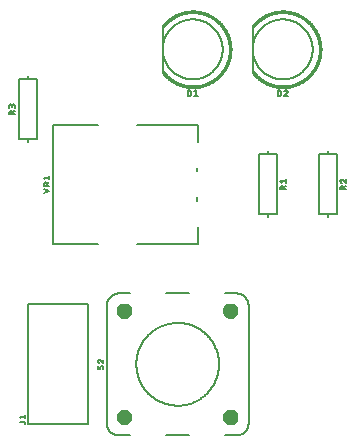
<source format=gbr>
G04 EAGLE Gerber RS-274X export*
G75*
%MOMM*%
%FSLAX34Y34*%
%LPD*%
%INSilkscreen Top*%
%IPPOS*%
%AMOC8*
5,1,8,0,0,1.08239X$1,22.5*%
G01*
%ADD10C,0.203200*%
%ADD11C,0.025400*%
%ADD12C,0.152400*%
%ADD13C,0.127000*%
%ADD14C,0.700000*%


D10*
X215900Y412750D02*
X215900Y374650D01*
D11*
X215062Y373863D02*
X216891Y375235D01*
X216891Y375234D02*
X217350Y374643D01*
X217823Y374063D01*
X218310Y373495D01*
X218811Y372939D01*
X219325Y372396D01*
X219852Y371865D01*
X220392Y371347D01*
X220945Y370842D01*
X221510Y370352D01*
X222087Y369875D01*
X222675Y369412D01*
X223274Y368964D01*
X223885Y368531D01*
X224505Y368112D01*
X225136Y367710D01*
X225776Y367322D01*
X226425Y366950D01*
X227084Y366595D01*
X227751Y366255D01*
X228426Y365932D01*
X229109Y365626D01*
X229799Y365336D01*
X230495Y365063D01*
X231199Y364808D01*
X231908Y364570D01*
X232623Y364349D01*
X233343Y364145D01*
X234068Y363960D01*
X234797Y363792D01*
X235531Y363642D01*
X236267Y363510D01*
X237007Y363396D01*
X237749Y363300D01*
X238493Y363222D01*
X239239Y363162D01*
X239986Y363121D01*
X240734Y363098D01*
X241483Y363094D01*
X242231Y363107D01*
X242979Y363139D01*
X243725Y363189D01*
X244470Y363258D01*
X245214Y363344D01*
X245955Y363449D01*
X246693Y363572D01*
X247428Y363713D01*
X248159Y363871D01*
X248886Y364048D01*
X249609Y364242D01*
X250327Y364454D01*
X251039Y364684D01*
X251745Y364931D01*
X252446Y365195D01*
X253139Y365476D01*
X253826Y365773D01*
X254505Y366088D01*
X255176Y366419D01*
X255839Y366766D01*
X256493Y367130D01*
X257138Y367509D01*
X257773Y367904D01*
X258399Y368315D01*
X259015Y368740D01*
X259620Y369181D01*
X260214Y369636D01*
X260796Y370106D01*
X261367Y370590D01*
X261926Y371087D01*
X262473Y371598D01*
X263007Y372122D01*
X263528Y372659D01*
X264036Y373209D01*
X264530Y373771D01*
X265010Y374345D01*
X265476Y374930D01*
X265928Y375527D01*
X266365Y376135D01*
X266787Y376753D01*
X267194Y377381D01*
X267585Y378019D01*
X267960Y378666D01*
X268320Y379322D01*
X268663Y379987D01*
X268990Y380660D01*
X269301Y381341D01*
X269595Y382029D01*
X269871Y382725D01*
X270131Y383426D01*
X270374Y384134D01*
X270599Y384848D01*
X270807Y385567D01*
X270997Y386291D01*
X271169Y387019D01*
X271323Y387751D01*
X271460Y388487D01*
X271578Y389226D01*
X271679Y389968D01*
X271761Y390711D01*
X271825Y391457D01*
X271870Y392204D01*
X271898Y392952D01*
X271907Y393700D01*
X271898Y394448D01*
X271870Y395196D01*
X271825Y395943D01*
X271761Y396689D01*
X271679Y397432D01*
X271578Y398174D01*
X271460Y398913D01*
X271323Y399649D01*
X271169Y400381D01*
X270997Y401109D01*
X270807Y401833D01*
X270599Y402552D01*
X270374Y403266D01*
X270131Y403974D01*
X269871Y404675D01*
X269595Y405371D01*
X269301Y406059D01*
X268990Y406740D01*
X268663Y407413D01*
X268320Y408078D01*
X267960Y408734D01*
X267585Y409381D01*
X267194Y410019D01*
X266787Y410647D01*
X266365Y411265D01*
X265928Y411873D01*
X265476Y412470D01*
X265010Y413055D01*
X264530Y413629D01*
X264036Y414191D01*
X263528Y414741D01*
X263007Y415278D01*
X262473Y415802D01*
X261926Y416313D01*
X261367Y416810D01*
X260796Y417294D01*
X260214Y417764D01*
X259620Y418219D01*
X259015Y418660D01*
X258399Y419085D01*
X257773Y419496D01*
X257138Y419891D01*
X256493Y420270D01*
X255839Y420634D01*
X255176Y420981D01*
X254505Y421312D01*
X253826Y421627D01*
X253139Y421924D01*
X252446Y422205D01*
X251745Y422469D01*
X251039Y422716D01*
X250327Y422946D01*
X249609Y423158D01*
X248886Y423352D01*
X248159Y423529D01*
X247428Y423687D01*
X246693Y423828D01*
X245955Y423951D01*
X245214Y424056D01*
X244470Y424142D01*
X243725Y424211D01*
X242979Y424261D01*
X242231Y424293D01*
X241483Y424306D01*
X240734Y424302D01*
X239986Y424279D01*
X239239Y424238D01*
X238493Y424178D01*
X237749Y424100D01*
X237007Y424004D01*
X236267Y423890D01*
X235531Y423758D01*
X234797Y423608D01*
X234068Y423440D01*
X233343Y423255D01*
X232623Y423051D01*
X231908Y422830D01*
X231199Y422592D01*
X230495Y422337D01*
X229799Y422064D01*
X229109Y421774D01*
X228426Y421468D01*
X227751Y421145D01*
X227084Y420805D01*
X226425Y420450D01*
X225776Y420078D01*
X225136Y419690D01*
X224505Y419288D01*
X223885Y418869D01*
X223274Y418436D01*
X222675Y417988D01*
X222087Y417525D01*
X221510Y417048D01*
X220945Y416558D01*
X220392Y416053D01*
X219852Y415535D01*
X219325Y415004D01*
X218811Y414461D01*
X218310Y413905D01*
X217823Y413337D01*
X217350Y412757D01*
X216891Y412166D01*
X215062Y413537D01*
X215555Y414173D01*
X216063Y414796D01*
X216587Y415407D01*
X217125Y416005D01*
X217677Y416589D01*
X218244Y417160D01*
X218824Y417717D01*
X219418Y418259D01*
X220025Y418787D01*
X220645Y419299D01*
X221277Y419797D01*
X221921Y420279D01*
X222577Y420744D01*
X223244Y421194D01*
X223922Y421627D01*
X224610Y422044D01*
X225308Y422444D01*
X226015Y422826D01*
X226732Y423191D01*
X227457Y423538D01*
X228191Y423868D01*
X228933Y424179D01*
X229682Y424473D01*
X230437Y424748D01*
X231200Y425004D01*
X231968Y425242D01*
X232742Y425460D01*
X233521Y425660D01*
X234305Y425841D01*
X235093Y426002D01*
X235885Y426144D01*
X236680Y426267D01*
X237477Y426370D01*
X238277Y426454D01*
X239079Y426518D01*
X239882Y426562D01*
X240686Y426587D01*
X241490Y426592D01*
X242295Y426578D01*
X243098Y426544D01*
X243901Y426490D01*
X244702Y426417D01*
X245501Y426324D01*
X246297Y426211D01*
X247090Y426079D01*
X247880Y425928D01*
X248666Y425758D01*
X249448Y425568D01*
X250225Y425359D01*
X250996Y425131D01*
X251762Y424885D01*
X252521Y424620D01*
X253274Y424336D01*
X254019Y424034D01*
X254757Y423714D01*
X255487Y423376D01*
X256209Y423020D01*
X256921Y422647D01*
X257624Y422256D01*
X258317Y421849D01*
X259001Y421424D01*
X259673Y420983D01*
X260335Y420526D01*
X260985Y420052D01*
X261623Y419563D01*
X262250Y419059D01*
X262864Y418539D01*
X263464Y418004D01*
X264052Y417455D01*
X264626Y416891D01*
X265186Y416314D01*
X265732Y415723D01*
X266263Y415119D01*
X266779Y414503D01*
X267280Y413873D01*
X267766Y413232D01*
X268236Y412579D01*
X268689Y411915D01*
X269126Y411240D01*
X269547Y410554D01*
X269951Y409859D01*
X270337Y409153D01*
X270706Y408439D01*
X271058Y407715D01*
X271392Y406983D01*
X271707Y406244D01*
X272005Y405496D01*
X272284Y404742D01*
X272545Y403981D01*
X272787Y403214D01*
X273010Y402441D01*
X273214Y401663D01*
X273400Y400881D01*
X273566Y400094D01*
X273712Y399303D01*
X273840Y398509D01*
X273947Y397712D01*
X274036Y396912D01*
X274105Y396111D01*
X274154Y395308D01*
X274183Y394504D01*
X274193Y393700D01*
X274183Y392896D01*
X274154Y392092D01*
X274105Y391289D01*
X274036Y390488D01*
X273947Y389688D01*
X273840Y388891D01*
X273712Y388097D01*
X273566Y387306D01*
X273400Y386519D01*
X273214Y385737D01*
X273010Y384959D01*
X272787Y384186D01*
X272545Y383419D01*
X272284Y382658D01*
X272005Y381904D01*
X271707Y381156D01*
X271392Y380417D01*
X271058Y379685D01*
X270706Y378961D01*
X270337Y378247D01*
X269951Y377541D01*
X269547Y376846D01*
X269126Y376160D01*
X268689Y375485D01*
X268236Y374821D01*
X267766Y374168D01*
X267280Y373527D01*
X266779Y372897D01*
X266263Y372281D01*
X265732Y371677D01*
X265186Y371086D01*
X264626Y370509D01*
X264052Y369945D01*
X263464Y369396D01*
X262864Y368861D01*
X262250Y368341D01*
X261623Y367837D01*
X260985Y367348D01*
X260335Y366874D01*
X259673Y366417D01*
X259001Y365976D01*
X258317Y365551D01*
X257624Y365144D01*
X256921Y364753D01*
X256209Y364380D01*
X255487Y364024D01*
X254757Y363686D01*
X254019Y363366D01*
X253274Y363064D01*
X252521Y362780D01*
X251762Y362515D01*
X250996Y362269D01*
X250225Y362041D01*
X249448Y361832D01*
X248666Y361642D01*
X247880Y361472D01*
X247090Y361321D01*
X246297Y361189D01*
X245501Y361076D01*
X244702Y360983D01*
X243901Y360910D01*
X243098Y360856D01*
X242295Y360822D01*
X241490Y360808D01*
X240686Y360813D01*
X239882Y360838D01*
X239079Y360882D01*
X238277Y360946D01*
X237477Y361030D01*
X236680Y361133D01*
X235885Y361256D01*
X235093Y361398D01*
X234305Y361559D01*
X233521Y361740D01*
X232742Y361940D01*
X231968Y362158D01*
X231200Y362396D01*
X230437Y362652D01*
X229682Y362927D01*
X228933Y363221D01*
X228191Y363532D01*
X227457Y363862D01*
X226732Y364209D01*
X226015Y364574D01*
X225308Y364956D01*
X224610Y365356D01*
X223922Y365773D01*
X223244Y366206D01*
X222577Y366656D01*
X221921Y367121D01*
X221277Y367603D01*
X220645Y368101D01*
X220025Y368613D01*
X219418Y369141D01*
X218824Y369683D01*
X218244Y370240D01*
X217677Y370811D01*
X217125Y371395D01*
X216587Y371993D01*
X216063Y372604D01*
X215555Y373227D01*
X215062Y373863D01*
X215254Y374007D01*
X215743Y373376D01*
X216248Y372757D01*
X216767Y372151D01*
X217302Y371557D01*
X217850Y370977D01*
X218413Y370411D01*
X218989Y369858D01*
X219579Y369320D01*
X220181Y368796D01*
X220797Y368287D01*
X221424Y367793D01*
X222063Y367315D01*
X222714Y366852D01*
X223376Y366406D01*
X224049Y365976D01*
X224732Y365562D01*
X225425Y365166D01*
X226127Y364786D01*
X226839Y364424D01*
X227559Y364079D01*
X228287Y363752D01*
X229024Y363443D01*
X229767Y363152D01*
X230517Y362879D01*
X231274Y362624D01*
X232037Y362388D01*
X232805Y362171D01*
X233579Y361973D01*
X234357Y361794D01*
X235139Y361633D01*
X235925Y361492D01*
X236714Y361371D01*
X237506Y361268D01*
X238300Y361185D01*
X239096Y361121D01*
X239893Y361077D01*
X240691Y361053D01*
X241490Y361048D01*
X242288Y361062D01*
X243086Y361096D01*
X243882Y361149D01*
X244677Y361222D01*
X245470Y361314D01*
X246261Y361426D01*
X247049Y361557D01*
X247833Y361707D01*
X248613Y361876D01*
X249389Y362065D01*
X250160Y362272D01*
X250926Y362498D01*
X251686Y362743D01*
X252440Y363006D01*
X253187Y363288D01*
X253927Y363587D01*
X254660Y363905D01*
X255384Y364241D01*
X256100Y364594D01*
X256807Y364964D01*
X257505Y365352D01*
X258194Y365757D01*
X258872Y366178D01*
X259539Y366616D01*
X260196Y367070D01*
X260842Y367540D01*
X261475Y368026D01*
X262097Y368527D01*
X262706Y369043D01*
X263303Y369573D01*
X263886Y370119D01*
X264456Y370678D01*
X265012Y371251D01*
X265554Y371838D01*
X266081Y372437D01*
X266594Y373049D01*
X267091Y373674D01*
X267573Y374311D01*
X268039Y374959D01*
X268489Y375618D01*
X268923Y376288D01*
X269341Y376969D01*
X269742Y377660D01*
X270125Y378360D01*
X270492Y379069D01*
X270841Y379787D01*
X271172Y380514D01*
X271486Y381248D01*
X271781Y381990D01*
X272058Y382739D01*
X272317Y383494D01*
X272557Y384255D01*
X272779Y385022D01*
X272982Y385795D01*
X273165Y386572D01*
X273330Y387353D01*
X273476Y388138D01*
X273602Y388926D01*
X273709Y389718D01*
X273797Y390511D01*
X273865Y391307D01*
X273914Y392104D01*
X273943Y392902D01*
X273953Y393700D01*
X273943Y394498D01*
X273914Y395296D01*
X273865Y396093D01*
X273797Y396889D01*
X273709Y397682D01*
X273602Y398474D01*
X273476Y399262D01*
X273330Y400047D01*
X273165Y400828D01*
X272982Y401605D01*
X272779Y402378D01*
X272557Y403145D01*
X272317Y403906D01*
X272058Y404661D01*
X271781Y405410D01*
X271486Y406152D01*
X271172Y406886D01*
X270841Y407613D01*
X270492Y408331D01*
X270125Y409040D01*
X269742Y409740D01*
X269341Y410431D01*
X268923Y411112D01*
X268489Y411782D01*
X268039Y412441D01*
X267573Y413089D01*
X267091Y413726D01*
X266594Y414351D01*
X266081Y414963D01*
X265554Y415562D01*
X265012Y416149D01*
X264456Y416722D01*
X263886Y417281D01*
X263303Y417827D01*
X262706Y418357D01*
X262097Y418873D01*
X261475Y419374D01*
X260842Y419860D01*
X260196Y420330D01*
X259539Y420784D01*
X258872Y421222D01*
X258194Y421643D01*
X257505Y422048D01*
X256807Y422436D01*
X256100Y422806D01*
X255384Y423159D01*
X254660Y423495D01*
X253927Y423813D01*
X253187Y424112D01*
X252440Y424394D01*
X251686Y424657D01*
X250926Y424902D01*
X250160Y425128D01*
X249389Y425335D01*
X248613Y425524D01*
X247833Y425693D01*
X247049Y425843D01*
X246261Y425974D01*
X245470Y426086D01*
X244677Y426178D01*
X243882Y426251D01*
X243086Y426304D01*
X242288Y426338D01*
X241490Y426352D01*
X240691Y426347D01*
X239893Y426323D01*
X239096Y426279D01*
X238300Y426215D01*
X237506Y426132D01*
X236714Y426029D01*
X235925Y425908D01*
X235139Y425767D01*
X234357Y425606D01*
X233579Y425427D01*
X232805Y425229D01*
X232037Y425012D01*
X231274Y424776D01*
X230517Y424521D01*
X229767Y424248D01*
X229024Y423957D01*
X228287Y423648D01*
X227559Y423321D01*
X226839Y422976D01*
X226127Y422614D01*
X225425Y422234D01*
X224732Y421838D01*
X224049Y421424D01*
X223376Y420994D01*
X222714Y420548D01*
X222063Y420085D01*
X221424Y419607D01*
X220797Y419113D01*
X220181Y418604D01*
X219579Y418080D01*
X218989Y417542D01*
X218413Y416989D01*
X217850Y416423D01*
X217302Y415843D01*
X216767Y415249D01*
X216248Y414643D01*
X215743Y414024D01*
X215254Y413393D01*
X215446Y413249D01*
X215932Y413876D01*
X216433Y414490D01*
X216948Y415092D01*
X217479Y415681D01*
X218023Y416256D01*
X218582Y416819D01*
X219154Y417367D01*
X219739Y417902D01*
X220337Y418422D01*
X220948Y418927D01*
X221571Y419417D01*
X222205Y419892D01*
X222852Y420351D01*
X223509Y420794D01*
X224176Y421221D01*
X224855Y421631D01*
X225542Y422025D01*
X226240Y422402D01*
X226946Y422761D01*
X227661Y423104D01*
X228384Y423428D01*
X229114Y423735D01*
X229852Y424024D01*
X230597Y424295D01*
X231349Y424548D01*
X232106Y424782D01*
X232868Y424997D01*
X233636Y425194D01*
X234409Y425372D01*
X235185Y425531D01*
X235965Y425671D01*
X236748Y425792D01*
X237534Y425894D01*
X238323Y425976D01*
X239113Y426039D01*
X239904Y426083D01*
X240696Y426107D01*
X241489Y426112D01*
X242281Y426098D01*
X243073Y426064D01*
X243864Y426011D01*
X244653Y425939D01*
X245440Y425847D01*
X246225Y425737D01*
X247007Y425607D01*
X247785Y425458D01*
X248560Y425289D01*
X249330Y425103D01*
X250096Y424897D01*
X250856Y424672D01*
X251610Y424430D01*
X252358Y424168D01*
X253100Y423889D01*
X253835Y423591D01*
X254562Y423276D01*
X255281Y422943D01*
X255992Y422592D01*
X256694Y422224D01*
X257387Y421839D01*
X258070Y421438D01*
X258743Y421019D01*
X259406Y420585D01*
X260058Y420134D01*
X260698Y419667D01*
X261327Y419185D01*
X261945Y418688D01*
X262549Y418176D01*
X263141Y417649D01*
X263720Y417108D01*
X264286Y416553D01*
X264838Y415984D01*
X265376Y415402D01*
X265899Y414806D01*
X266408Y414199D01*
X266902Y413579D01*
X267380Y412947D01*
X267843Y412303D01*
X268290Y411649D01*
X268720Y410984D01*
X269135Y410308D01*
X269533Y409622D01*
X269913Y408927D01*
X270277Y408223D01*
X270624Y407510D01*
X270953Y406789D01*
X271264Y406060D01*
X271557Y405324D01*
X271832Y404581D01*
X272089Y403831D01*
X272328Y403075D01*
X272548Y402314D01*
X272749Y401547D01*
X272931Y400776D01*
X273095Y400000D01*
X273239Y399221D01*
X273365Y398438D01*
X273471Y397653D01*
X273558Y396865D01*
X273626Y396076D01*
X273674Y395285D01*
X273703Y394493D01*
X273713Y393700D01*
X273703Y392907D01*
X273674Y392115D01*
X273626Y391324D01*
X273558Y390535D01*
X273471Y389747D01*
X273365Y388962D01*
X273239Y388179D01*
X273095Y387400D01*
X272931Y386624D01*
X272749Y385853D01*
X272548Y385086D01*
X272328Y384325D01*
X272089Y383569D01*
X271832Y382819D01*
X271557Y382076D01*
X271264Y381340D01*
X270953Y380611D01*
X270624Y379890D01*
X270277Y379177D01*
X269913Y378473D01*
X269533Y377778D01*
X269135Y377092D01*
X268720Y376416D01*
X268290Y375751D01*
X267843Y375097D01*
X267380Y374453D01*
X266902Y373821D01*
X266408Y373201D01*
X265899Y372594D01*
X265376Y371998D01*
X264838Y371416D01*
X264286Y370847D01*
X263720Y370292D01*
X263141Y369751D01*
X262549Y369224D01*
X261945Y368712D01*
X261327Y368215D01*
X260698Y367733D01*
X260058Y367266D01*
X259406Y366815D01*
X258743Y366381D01*
X258070Y365962D01*
X257387Y365561D01*
X256694Y365176D01*
X255992Y364808D01*
X255281Y364457D01*
X254562Y364124D01*
X253835Y363809D01*
X253100Y363511D01*
X252358Y363232D01*
X251610Y362970D01*
X250856Y362728D01*
X250096Y362503D01*
X249330Y362297D01*
X248560Y362111D01*
X247785Y361942D01*
X247007Y361793D01*
X246225Y361663D01*
X245440Y361553D01*
X244653Y361461D01*
X243864Y361389D01*
X243073Y361336D01*
X242281Y361302D01*
X241489Y361288D01*
X240696Y361293D01*
X239904Y361317D01*
X239113Y361361D01*
X238323Y361424D01*
X237534Y361506D01*
X236748Y361608D01*
X235965Y361729D01*
X235185Y361869D01*
X234409Y362028D01*
X233636Y362206D01*
X232868Y362403D01*
X232106Y362618D01*
X231349Y362852D01*
X230597Y363105D01*
X229852Y363376D01*
X229114Y363665D01*
X228384Y363972D01*
X227661Y364296D01*
X226946Y364639D01*
X226240Y364998D01*
X225542Y365375D01*
X224855Y365769D01*
X224176Y366179D01*
X223509Y366606D01*
X222852Y367049D01*
X222205Y367508D01*
X221571Y367983D01*
X220948Y368473D01*
X220337Y368978D01*
X219739Y369498D01*
X219154Y370033D01*
X218582Y370581D01*
X218023Y371144D01*
X217479Y371719D01*
X216948Y372308D01*
X216433Y372910D01*
X215932Y373524D01*
X215446Y374151D01*
X215638Y374295D01*
X216120Y373673D01*
X216617Y373063D01*
X217129Y372466D01*
X217656Y371882D01*
X218196Y371310D01*
X218751Y370752D01*
X219318Y370207D01*
X219899Y369677D01*
X220493Y369161D01*
X221099Y368659D01*
X221718Y368173D01*
X222348Y367702D01*
X222989Y367246D01*
X223641Y366806D01*
X224304Y366383D01*
X224977Y365975D01*
X225660Y365584D01*
X226352Y365210D01*
X227053Y364854D01*
X227762Y364514D01*
X228480Y364192D01*
X229205Y363887D01*
X229938Y363600D01*
X230677Y363331D01*
X231423Y363081D01*
X232175Y362848D01*
X232932Y362634D01*
X233694Y362439D01*
X234460Y362262D01*
X235231Y362105D01*
X236005Y361966D01*
X236783Y361846D01*
X237563Y361745D01*
X238345Y361663D01*
X239130Y361600D01*
X239915Y361557D01*
X240701Y361533D01*
X241488Y361528D01*
X242275Y361542D01*
X243061Y361575D01*
X243845Y361628D01*
X244629Y361700D01*
X245410Y361791D01*
X246189Y361901D01*
X246965Y362030D01*
X247738Y362178D01*
X248507Y362345D01*
X249271Y362530D01*
X250031Y362734D01*
X250785Y362957D01*
X251534Y363198D01*
X252277Y363457D01*
X253013Y363735D01*
X253742Y364030D01*
X254464Y364343D01*
X255178Y364674D01*
X255883Y365022D01*
X256580Y365387D01*
X257268Y365769D01*
X257946Y366168D01*
X258614Y366583D01*
X259272Y367015D01*
X259919Y367462D01*
X260555Y367925D01*
X261179Y368404D01*
X261792Y368897D01*
X262392Y369406D01*
X262980Y369929D01*
X263555Y370466D01*
X264116Y371017D01*
X264664Y371581D01*
X265198Y372159D01*
X265717Y372750D01*
X266222Y373353D01*
X266712Y373969D01*
X267187Y374596D01*
X267646Y375235D01*
X268090Y375884D01*
X268518Y376545D01*
X268929Y377215D01*
X269324Y377896D01*
X269702Y378586D01*
X270063Y379285D01*
X270407Y379992D01*
X270733Y380708D01*
X271042Y381431D01*
X271333Y382162D01*
X271606Y382900D01*
X271861Y383644D01*
X272098Y384394D01*
X272316Y385150D01*
X272516Y385911D01*
X272697Y386677D01*
X272859Y387446D01*
X273003Y388220D01*
X273127Y388997D01*
X273233Y389776D01*
X273319Y390558D01*
X273386Y391342D01*
X273435Y392127D01*
X273463Y392913D01*
X273473Y393700D01*
X273463Y394487D01*
X273435Y395273D01*
X273386Y396058D01*
X273319Y396842D01*
X273233Y397624D01*
X273127Y398403D01*
X273003Y399180D01*
X272859Y399954D01*
X272697Y400723D01*
X272516Y401489D01*
X272316Y402250D01*
X272098Y403006D01*
X271861Y403756D01*
X271606Y404500D01*
X271333Y405238D01*
X271042Y405969D01*
X270733Y406692D01*
X270407Y407408D01*
X270063Y408115D01*
X269702Y408814D01*
X269324Y409504D01*
X268929Y410185D01*
X268518Y410855D01*
X268090Y411516D01*
X267646Y412165D01*
X267187Y412804D01*
X266712Y413431D01*
X266222Y414047D01*
X265717Y414650D01*
X265198Y415241D01*
X264664Y415819D01*
X264116Y416383D01*
X263555Y416934D01*
X262980Y417471D01*
X262392Y417994D01*
X261792Y418503D01*
X261179Y418996D01*
X260555Y419475D01*
X259919Y419938D01*
X259272Y420385D01*
X258614Y420817D01*
X257946Y421232D01*
X257268Y421631D01*
X256580Y422013D01*
X255883Y422378D01*
X255178Y422726D01*
X254464Y423057D01*
X253742Y423370D01*
X253013Y423665D01*
X252277Y423943D01*
X251534Y424202D01*
X250785Y424443D01*
X250031Y424666D01*
X249271Y424870D01*
X248507Y425055D01*
X247738Y425222D01*
X246965Y425370D01*
X246189Y425499D01*
X245410Y425609D01*
X244629Y425700D01*
X243845Y425772D01*
X243061Y425825D01*
X242275Y425858D01*
X241488Y425872D01*
X240701Y425867D01*
X239915Y425843D01*
X239130Y425800D01*
X238345Y425737D01*
X237563Y425655D01*
X236783Y425554D01*
X236005Y425434D01*
X235231Y425295D01*
X234460Y425138D01*
X233694Y424961D01*
X232932Y424766D01*
X232175Y424552D01*
X231423Y424319D01*
X230677Y424069D01*
X229938Y423800D01*
X229205Y423513D01*
X228480Y423208D01*
X227762Y422886D01*
X227053Y422546D01*
X226352Y422190D01*
X225660Y421816D01*
X224977Y421425D01*
X224304Y421017D01*
X223641Y420594D01*
X222989Y420154D01*
X222348Y419698D01*
X221718Y419227D01*
X221099Y418741D01*
X220493Y418239D01*
X219899Y417723D01*
X219318Y417193D01*
X218751Y416648D01*
X218196Y416090D01*
X217656Y415518D01*
X217129Y414934D01*
X216617Y414337D01*
X216120Y413727D01*
X215638Y413105D01*
X215830Y412961D01*
X216309Y413578D01*
X216802Y414183D01*
X217310Y414776D01*
X217833Y415356D01*
X218369Y415924D01*
X218919Y416478D01*
X219483Y417018D01*
X220060Y417545D01*
X220649Y418057D01*
X221251Y418554D01*
X221864Y419037D01*
X222490Y419505D01*
X223126Y419957D01*
X223774Y420393D01*
X224431Y420814D01*
X225099Y421218D01*
X225777Y421606D01*
X226464Y421977D01*
X227160Y422332D01*
X227864Y422669D01*
X228576Y422989D01*
X229296Y423291D01*
X230023Y423576D01*
X230757Y423842D01*
X231497Y424091D01*
X232243Y424322D01*
X232995Y424534D01*
X233751Y424728D01*
X234512Y424903D01*
X235277Y425060D01*
X236045Y425198D01*
X236817Y425317D01*
X237591Y425417D01*
X238368Y425498D01*
X239146Y425560D01*
X239926Y425603D01*
X240706Y425627D01*
X241487Y425632D01*
X242268Y425618D01*
X243048Y425585D01*
X243827Y425533D01*
X244605Y425462D01*
X245380Y425371D01*
X246153Y425262D01*
X246924Y425134D01*
X247690Y424987D01*
X248453Y424821D01*
X249212Y424637D01*
X249966Y424435D01*
X250715Y424213D01*
X251458Y423974D01*
X252195Y423717D01*
X252926Y423441D01*
X253650Y423148D01*
X254366Y422837D01*
X255075Y422509D01*
X255775Y422164D01*
X256466Y421801D01*
X257149Y421422D01*
X257822Y421026D01*
X258485Y420614D01*
X259138Y420186D01*
X259780Y419742D01*
X260412Y419282D01*
X261031Y418808D01*
X261639Y418318D01*
X262235Y417813D01*
X262818Y417294D01*
X263389Y416761D01*
X263946Y416214D01*
X264490Y415653D01*
X265020Y415080D01*
X265535Y414493D01*
X266036Y413895D01*
X266523Y413284D01*
X266994Y412661D01*
X267450Y412027D01*
X267890Y411383D01*
X268315Y410727D01*
X268723Y410062D01*
X269115Y409386D01*
X269490Y408701D01*
X269848Y408008D01*
X270190Y407306D01*
X270514Y406595D01*
X270820Y405877D01*
X271109Y405152D01*
X271380Y404419D01*
X271633Y403681D01*
X271868Y402936D01*
X272085Y402186D01*
X272283Y401431D01*
X272463Y400671D01*
X272624Y399907D01*
X272766Y399139D01*
X272890Y398368D01*
X272995Y397594D01*
X273080Y396818D01*
X273147Y396040D01*
X273195Y395261D01*
X273223Y394481D01*
X273233Y393700D01*
X273223Y392919D01*
X273195Y392139D01*
X273147Y391360D01*
X273080Y390582D01*
X272995Y389806D01*
X272890Y389032D01*
X272766Y388261D01*
X272624Y387493D01*
X272463Y386729D01*
X272283Y385969D01*
X272085Y385214D01*
X271868Y384464D01*
X271633Y383719D01*
X271380Y382981D01*
X271109Y382248D01*
X270820Y381523D01*
X270514Y380805D01*
X270190Y380094D01*
X269848Y379392D01*
X269490Y378699D01*
X269115Y378014D01*
X268723Y377338D01*
X268315Y376673D01*
X267890Y376017D01*
X267450Y375373D01*
X266994Y374739D01*
X266523Y374116D01*
X266036Y373505D01*
X265535Y372907D01*
X265020Y372320D01*
X264490Y371747D01*
X263946Y371186D01*
X263389Y370639D01*
X262818Y370106D01*
X262235Y369587D01*
X261639Y369082D01*
X261031Y368592D01*
X260412Y368118D01*
X259780Y367658D01*
X259138Y367214D01*
X258485Y366786D01*
X257822Y366374D01*
X257149Y365978D01*
X256466Y365599D01*
X255775Y365236D01*
X255075Y364891D01*
X254366Y364563D01*
X253650Y364252D01*
X252926Y363959D01*
X252195Y363683D01*
X251458Y363426D01*
X250715Y363187D01*
X249966Y362965D01*
X249212Y362763D01*
X248453Y362579D01*
X247690Y362413D01*
X246924Y362266D01*
X246153Y362138D01*
X245380Y362029D01*
X244605Y361938D01*
X243827Y361867D01*
X243048Y361815D01*
X242268Y361782D01*
X241487Y361768D01*
X240706Y361773D01*
X239926Y361797D01*
X239146Y361840D01*
X238368Y361902D01*
X237591Y361983D01*
X236817Y362083D01*
X236045Y362202D01*
X235277Y362340D01*
X234512Y362497D01*
X233751Y362672D01*
X232995Y362866D01*
X232243Y363078D01*
X231497Y363309D01*
X230757Y363558D01*
X230023Y363824D01*
X229296Y364109D01*
X228576Y364411D01*
X227864Y364731D01*
X227160Y365068D01*
X226464Y365423D01*
X225777Y365794D01*
X225099Y366182D01*
X224431Y366586D01*
X223774Y367007D01*
X223126Y367443D01*
X222490Y367895D01*
X221864Y368363D01*
X221251Y368846D01*
X220649Y369343D01*
X220060Y369855D01*
X219483Y370382D01*
X218919Y370922D01*
X218369Y371476D01*
X217833Y372044D01*
X217310Y372624D01*
X216802Y373217D01*
X216309Y373822D01*
X215830Y374439D01*
X216022Y374583D01*
X216497Y373970D01*
X216987Y373370D01*
X217491Y372782D01*
X218010Y372206D01*
X218542Y371643D01*
X219088Y371093D01*
X219648Y370557D01*
X220220Y370034D01*
X220805Y369526D01*
X221402Y369032D01*
X222011Y368553D01*
X222632Y368089D01*
X223263Y367640D01*
X223906Y367207D01*
X224559Y366789D01*
X225222Y366388D01*
X225894Y366003D01*
X226576Y365635D01*
X227267Y365283D01*
X227966Y364949D01*
X228673Y364631D01*
X229387Y364331D01*
X230109Y364049D01*
X230837Y363784D01*
X231572Y363537D01*
X232312Y363308D01*
X233058Y363098D01*
X233808Y362905D01*
X234564Y362731D01*
X235323Y362576D01*
X236086Y362439D01*
X236851Y362321D01*
X237620Y362221D01*
X238391Y362141D01*
X239163Y362079D01*
X239937Y362036D01*
X240711Y362012D01*
X241486Y362008D01*
X242261Y362022D01*
X243035Y362055D01*
X243809Y362106D01*
X244580Y362177D01*
X245350Y362267D01*
X246117Y362375D01*
X246882Y362502D01*
X247643Y362648D01*
X248400Y362813D01*
X249153Y362995D01*
X249902Y363197D01*
X250645Y363416D01*
X251382Y363654D01*
X252114Y363909D01*
X252839Y364182D01*
X253557Y364473D01*
X254268Y364782D01*
X254971Y365107D01*
X255666Y365450D01*
X256353Y365810D01*
X257030Y366186D01*
X257698Y366579D01*
X258356Y366988D01*
X259004Y367413D01*
X259642Y367854D01*
X260268Y368310D01*
X260883Y368781D01*
X261487Y369268D01*
X262078Y369768D01*
X262657Y370284D01*
X263223Y370813D01*
X263776Y371356D01*
X264316Y371912D01*
X264842Y372481D01*
X265353Y373063D01*
X265851Y373657D01*
X266333Y374264D01*
X266801Y374881D01*
X267254Y375510D01*
X267691Y376150D01*
X268112Y376801D01*
X268517Y377462D01*
X268906Y378132D01*
X269278Y378811D01*
X269634Y379500D01*
X269973Y380197D01*
X270294Y380902D01*
X270598Y381615D01*
X270885Y382335D01*
X271154Y383061D01*
X271405Y383794D01*
X271638Y384533D01*
X271853Y385278D01*
X272050Y386027D01*
X272229Y386782D01*
X272389Y387540D01*
X272530Y388302D01*
X272653Y389067D01*
X272756Y389835D01*
X272842Y390605D01*
X272908Y391377D01*
X272955Y392151D01*
X272984Y392925D01*
X272993Y393700D01*
X272984Y394475D01*
X272955Y395249D01*
X272908Y396023D01*
X272842Y396795D01*
X272756Y397565D01*
X272653Y398333D01*
X272530Y399098D01*
X272389Y399860D01*
X272229Y400618D01*
X272050Y401373D01*
X271853Y402122D01*
X271638Y402867D01*
X271405Y403606D01*
X271154Y404339D01*
X270885Y405065D01*
X270598Y405785D01*
X270294Y406498D01*
X269973Y407203D01*
X269634Y407900D01*
X269278Y408589D01*
X268906Y409268D01*
X268517Y409938D01*
X268112Y410599D01*
X267691Y411250D01*
X267254Y411890D01*
X266801Y412519D01*
X266333Y413136D01*
X265851Y413743D01*
X265353Y414337D01*
X264842Y414919D01*
X264316Y415488D01*
X263776Y416044D01*
X263223Y416587D01*
X262657Y417116D01*
X262078Y417632D01*
X261487Y418132D01*
X260883Y418619D01*
X260268Y419090D01*
X259642Y419546D01*
X259004Y419987D01*
X258356Y420412D01*
X257698Y420821D01*
X257030Y421214D01*
X256353Y421590D01*
X255666Y421950D01*
X254971Y422293D01*
X254268Y422618D01*
X253557Y422927D01*
X252839Y423218D01*
X252114Y423491D01*
X251382Y423746D01*
X250645Y423984D01*
X249902Y424203D01*
X249153Y424405D01*
X248400Y424587D01*
X247643Y424752D01*
X246882Y424898D01*
X246117Y425025D01*
X245350Y425133D01*
X244580Y425223D01*
X243809Y425294D01*
X243035Y425345D01*
X242261Y425378D01*
X241486Y425392D01*
X240711Y425388D01*
X239937Y425364D01*
X239163Y425321D01*
X238391Y425259D01*
X237620Y425179D01*
X236851Y425079D01*
X236086Y424961D01*
X235323Y424824D01*
X234564Y424669D01*
X233808Y424495D01*
X233058Y424302D01*
X232312Y424092D01*
X231572Y423863D01*
X230837Y423616D01*
X230109Y423351D01*
X229387Y423069D01*
X228673Y422769D01*
X227966Y422451D01*
X227267Y422117D01*
X226576Y421765D01*
X225894Y421397D01*
X225222Y421012D01*
X224559Y420611D01*
X223906Y420193D01*
X223263Y419760D01*
X222632Y419311D01*
X222011Y418847D01*
X221402Y418368D01*
X220805Y417874D01*
X220220Y417366D01*
X219648Y416843D01*
X219088Y416307D01*
X218542Y415757D01*
X218010Y415194D01*
X217491Y414618D01*
X216987Y414030D01*
X216497Y413430D01*
X216022Y412817D01*
X216214Y412673D01*
X216685Y413281D01*
X217171Y413877D01*
X217672Y414461D01*
X218187Y415032D01*
X218715Y415591D01*
X219257Y416137D01*
X219812Y416669D01*
X220380Y417187D01*
X220961Y417692D01*
X221553Y418182D01*
X222158Y418657D01*
X222774Y419118D01*
X223401Y419563D01*
X224038Y419993D01*
X224686Y420407D01*
X225344Y420805D01*
X226012Y421187D01*
X226688Y421553D01*
X227374Y421902D01*
X228067Y422234D01*
X228769Y422549D01*
X229478Y422847D01*
X230194Y423127D01*
X230917Y423390D01*
X231646Y423635D01*
X232381Y423862D01*
X233121Y424071D01*
X233866Y424262D01*
X234615Y424434D01*
X235369Y424589D01*
X236126Y424724D01*
X236886Y424842D01*
X237648Y424940D01*
X238413Y425020D01*
X239180Y425081D01*
X239948Y425124D01*
X240717Y425148D01*
X241486Y425152D01*
X242254Y425139D01*
X243023Y425106D01*
X243790Y425054D01*
X244556Y424984D01*
X245320Y424895D01*
X246081Y424787D01*
X246840Y424661D01*
X247595Y424517D01*
X248347Y424353D01*
X249094Y424172D01*
X249837Y423972D01*
X250574Y423755D01*
X251307Y423519D01*
X252033Y423265D01*
X252752Y422994D01*
X253465Y422705D01*
X254171Y422399D01*
X254868Y422076D01*
X255558Y421736D01*
X256239Y421379D01*
X256911Y421005D01*
X257574Y420615D01*
X258228Y420209D01*
X258871Y419788D01*
X259503Y419350D01*
X260125Y418897D01*
X260735Y418430D01*
X261334Y417947D01*
X261921Y417450D01*
X262495Y416939D01*
X263057Y416414D01*
X263606Y415875D01*
X264142Y415323D01*
X264663Y414758D01*
X265171Y414181D01*
X265665Y413591D01*
X266144Y412989D01*
X266608Y412376D01*
X267057Y411752D01*
X267491Y411116D01*
X267909Y410471D01*
X268311Y409815D01*
X268697Y409150D01*
X269066Y408476D01*
X269419Y407792D01*
X269755Y407101D01*
X270075Y406401D01*
X270377Y405694D01*
X270661Y404979D01*
X270928Y404258D01*
X271177Y403530D01*
X271409Y402797D01*
X271622Y402058D01*
X271817Y401314D01*
X271994Y400566D01*
X272153Y399813D01*
X272293Y399057D01*
X272415Y398298D01*
X272518Y397536D01*
X272603Y396771D01*
X272668Y396005D01*
X272715Y395238D01*
X272744Y394469D01*
X272753Y393700D01*
X272744Y392931D01*
X272715Y392162D01*
X272668Y391395D01*
X272603Y390629D01*
X272518Y389864D01*
X272415Y389102D01*
X272293Y388343D01*
X272153Y387587D01*
X271994Y386834D01*
X271817Y386086D01*
X271622Y385342D01*
X271409Y384603D01*
X271177Y383870D01*
X270928Y383142D01*
X270661Y382421D01*
X270377Y381706D01*
X270075Y380999D01*
X269755Y380299D01*
X269419Y379608D01*
X269066Y378924D01*
X268697Y378250D01*
X268311Y377585D01*
X267909Y376929D01*
X267491Y376284D01*
X267057Y375648D01*
X266608Y375024D01*
X266144Y374411D01*
X265665Y373809D01*
X265171Y373219D01*
X264663Y372642D01*
X264142Y372077D01*
X263606Y371525D01*
X263057Y370986D01*
X262495Y370461D01*
X261921Y369950D01*
X261334Y369453D01*
X260735Y368970D01*
X260125Y368503D01*
X259503Y368050D01*
X258871Y367612D01*
X258228Y367191D01*
X257574Y366785D01*
X256911Y366395D01*
X256239Y366021D01*
X255558Y365664D01*
X254868Y365324D01*
X254171Y365001D01*
X253465Y364695D01*
X252752Y364406D01*
X252033Y364135D01*
X251307Y363881D01*
X250574Y363645D01*
X249837Y363428D01*
X249094Y363228D01*
X248347Y363047D01*
X247595Y362883D01*
X246840Y362739D01*
X246081Y362613D01*
X245320Y362505D01*
X244556Y362416D01*
X243790Y362346D01*
X243023Y362294D01*
X242254Y362261D01*
X241486Y362248D01*
X240717Y362252D01*
X239948Y362276D01*
X239180Y362319D01*
X238413Y362380D01*
X237648Y362460D01*
X236886Y362558D01*
X236126Y362676D01*
X235369Y362811D01*
X234615Y362966D01*
X233866Y363138D01*
X233121Y363329D01*
X232381Y363538D01*
X231646Y363765D01*
X230917Y364010D01*
X230194Y364273D01*
X229478Y364553D01*
X228769Y364851D01*
X228067Y365166D01*
X227374Y365498D01*
X226688Y365847D01*
X226012Y366213D01*
X225344Y366595D01*
X224686Y366993D01*
X224038Y367407D01*
X223401Y367837D01*
X222774Y368282D01*
X222158Y368743D01*
X221553Y369218D01*
X220961Y369708D01*
X220380Y370213D01*
X219812Y370731D01*
X219257Y371263D01*
X218715Y371809D01*
X218187Y372368D01*
X217672Y372939D01*
X217171Y373523D01*
X216685Y374119D01*
X216214Y374727D01*
X216406Y374871D01*
X216874Y374268D01*
X217356Y373676D01*
X217853Y373097D01*
X218364Y372530D01*
X218888Y371975D01*
X219426Y371434D01*
X219977Y370906D01*
X220540Y370391D01*
X221117Y369891D01*
X221705Y369404D01*
X222305Y368933D01*
X222916Y368476D01*
X223538Y368034D01*
X224171Y367607D01*
X224814Y367196D01*
X225467Y366801D01*
X226129Y366422D01*
X226801Y366059D01*
X227481Y365713D01*
X228169Y365383D01*
X228865Y365071D01*
X229569Y364775D01*
X230280Y364497D01*
X230997Y364236D01*
X231720Y363993D01*
X232450Y363768D01*
X233184Y363561D01*
X233923Y363371D01*
X234667Y363200D01*
X235415Y363047D01*
X236166Y362912D01*
X236920Y362796D01*
X237677Y362698D01*
X238436Y362619D01*
X239197Y362558D01*
X239959Y362516D01*
X240722Y362492D01*
X241485Y362488D01*
X242248Y362501D01*
X243010Y362534D01*
X243772Y362585D01*
X244532Y362655D01*
X245290Y362743D01*
X246045Y362850D01*
X246798Y362975D01*
X247548Y363119D01*
X248294Y363281D01*
X249035Y363461D01*
X249772Y363659D01*
X250504Y363875D01*
X251231Y364109D01*
X251951Y364361D01*
X252665Y364630D01*
X253373Y364916D01*
X254073Y365220D01*
X254765Y365541D01*
X255450Y365878D01*
X256126Y366233D01*
X256793Y366603D01*
X257451Y366990D01*
X258099Y367393D01*
X258737Y367812D01*
X259365Y368246D01*
X259982Y368695D01*
X260587Y369159D01*
X261182Y369638D01*
X261764Y370131D01*
X262334Y370639D01*
X262892Y371160D01*
X263436Y371694D01*
X263968Y372242D01*
X264485Y372803D01*
X264989Y373376D01*
X265479Y373961D01*
X265955Y374558D01*
X266415Y375167D01*
X266861Y375786D01*
X267291Y376417D01*
X267706Y377057D01*
X268105Y377708D01*
X268488Y378368D01*
X268855Y379037D01*
X269205Y379715D01*
X269538Y380402D01*
X269855Y381096D01*
X270155Y381798D01*
X270437Y382507D01*
X270702Y383223D01*
X270949Y383945D01*
X271179Y384673D01*
X271391Y385406D01*
X271585Y386144D01*
X271760Y386887D01*
X271918Y387633D01*
X272057Y388384D01*
X272178Y389137D01*
X272280Y389894D01*
X272364Y390652D01*
X272429Y391412D01*
X272476Y392174D01*
X272504Y392937D01*
X272513Y393700D01*
X272504Y394463D01*
X272476Y395226D01*
X272429Y395988D01*
X272364Y396748D01*
X272280Y397506D01*
X272178Y398263D01*
X272057Y399016D01*
X271918Y399767D01*
X271760Y400513D01*
X271585Y401256D01*
X271391Y401994D01*
X271179Y402727D01*
X270949Y403455D01*
X270702Y404177D01*
X270437Y404893D01*
X270155Y405602D01*
X269855Y406304D01*
X269538Y406998D01*
X269205Y407685D01*
X268855Y408363D01*
X268488Y409032D01*
X268105Y409692D01*
X267706Y410343D01*
X267291Y410983D01*
X266861Y411614D01*
X266415Y412233D01*
X265955Y412842D01*
X265479Y413439D01*
X264989Y414024D01*
X264485Y414597D01*
X263968Y415158D01*
X263436Y415706D01*
X262892Y416240D01*
X262334Y416761D01*
X261764Y417269D01*
X261182Y417762D01*
X260587Y418241D01*
X259982Y418705D01*
X259365Y419154D01*
X258737Y419588D01*
X258099Y420007D01*
X257451Y420410D01*
X256793Y420797D01*
X256126Y421167D01*
X255450Y421522D01*
X254765Y421859D01*
X254073Y422180D01*
X253373Y422484D01*
X252665Y422770D01*
X251951Y423039D01*
X251231Y423291D01*
X250504Y423525D01*
X249772Y423741D01*
X249035Y423939D01*
X248294Y424119D01*
X247548Y424281D01*
X246798Y424425D01*
X246045Y424550D01*
X245290Y424657D01*
X244532Y424745D01*
X243772Y424815D01*
X243010Y424866D01*
X242248Y424899D01*
X241485Y424912D01*
X240722Y424908D01*
X239959Y424884D01*
X239197Y424842D01*
X238436Y424781D01*
X237677Y424702D01*
X236920Y424604D01*
X236166Y424488D01*
X235415Y424353D01*
X234667Y424200D01*
X233923Y424029D01*
X233184Y423839D01*
X232450Y423632D01*
X231720Y423407D01*
X230997Y423164D01*
X230280Y422903D01*
X229569Y422625D01*
X228865Y422329D01*
X228169Y422017D01*
X227481Y421687D01*
X226801Y421341D01*
X226129Y420978D01*
X225467Y420599D01*
X224814Y420204D01*
X224171Y419793D01*
X223538Y419366D01*
X222916Y418924D01*
X222305Y418467D01*
X221705Y417996D01*
X221117Y417509D01*
X220540Y417009D01*
X219977Y416494D01*
X219426Y415966D01*
X218888Y415425D01*
X218364Y414870D01*
X217853Y414303D01*
X217356Y413724D01*
X216874Y413132D01*
X216406Y412529D01*
X216598Y412385D01*
X217062Y412984D01*
X217541Y413570D01*
X218034Y414145D01*
X218541Y414708D01*
X219061Y415258D01*
X219595Y415795D01*
X220141Y416320D01*
X220701Y416830D01*
X221272Y417327D01*
X221856Y417809D01*
X222451Y418277D01*
X223058Y418731D01*
X223675Y419169D01*
X224303Y419593D01*
X224941Y420001D01*
X225589Y420393D01*
X226247Y420769D01*
X226913Y421129D01*
X227588Y421472D01*
X228271Y421799D01*
X228962Y422109D01*
X229660Y422403D01*
X230365Y422679D01*
X231077Y422937D01*
X231795Y423178D01*
X232518Y423402D01*
X233247Y423608D01*
X233981Y423796D01*
X234719Y423966D01*
X235461Y424118D01*
X236206Y424251D01*
X236954Y424367D01*
X237705Y424464D01*
X238459Y424542D01*
X239214Y424603D01*
X239970Y424644D01*
X240727Y424668D01*
X241484Y424672D01*
X242241Y424659D01*
X242998Y424626D01*
X243753Y424576D01*
X244507Y424506D01*
X245260Y424419D01*
X246010Y424313D01*
X246757Y424189D01*
X247500Y424046D01*
X248240Y423885D01*
X248976Y423707D01*
X249708Y423510D01*
X250434Y423296D01*
X251155Y423063D01*
X251870Y422814D01*
X252578Y422547D01*
X253280Y422262D01*
X253975Y421961D01*
X254662Y421642D01*
X255341Y421307D01*
X256012Y420956D01*
X256674Y420588D01*
X257327Y420204D01*
X257970Y419804D01*
X258603Y419389D01*
X259226Y418958D01*
X259838Y418513D01*
X260439Y418052D01*
X261029Y417577D01*
X261607Y417087D01*
X262173Y416584D01*
X262726Y416067D01*
X263266Y415536D01*
X263793Y414993D01*
X264307Y414436D01*
X264807Y413868D01*
X265293Y413287D01*
X265765Y412694D01*
X266222Y412091D01*
X266664Y411476D01*
X267091Y410850D01*
X267503Y410215D01*
X267899Y409569D01*
X268279Y408914D01*
X268643Y408250D01*
X268990Y407577D01*
X269321Y406896D01*
X269636Y406207D01*
X269933Y405510D01*
X270213Y404807D01*
X270476Y404097D01*
X270721Y403380D01*
X270949Y402658D01*
X271159Y401930D01*
X271352Y401198D01*
X271526Y400461D01*
X271682Y399720D01*
X271820Y398975D01*
X271940Y398228D01*
X272042Y397477D01*
X272125Y396724D01*
X272190Y395970D01*
X272236Y395214D01*
X272264Y394457D01*
X272273Y393700D01*
X272264Y392943D01*
X272236Y392186D01*
X272190Y391430D01*
X272125Y390676D01*
X272042Y389923D01*
X271940Y389172D01*
X271820Y388425D01*
X271682Y387680D01*
X271526Y386939D01*
X271352Y386202D01*
X271159Y385470D01*
X270949Y384742D01*
X270721Y384020D01*
X270476Y383303D01*
X270213Y382593D01*
X269933Y381890D01*
X269636Y381193D01*
X269321Y380504D01*
X268990Y379823D01*
X268643Y379150D01*
X268279Y378486D01*
X267899Y377831D01*
X267503Y377185D01*
X267091Y376550D01*
X266664Y375924D01*
X266222Y375309D01*
X265765Y374706D01*
X265293Y374113D01*
X264807Y373532D01*
X264307Y372964D01*
X263793Y372407D01*
X263266Y371864D01*
X262726Y371333D01*
X262173Y370816D01*
X261607Y370313D01*
X261029Y369823D01*
X260439Y369348D01*
X259838Y368887D01*
X259226Y368442D01*
X258603Y368011D01*
X257970Y367596D01*
X257327Y367196D01*
X256674Y366812D01*
X256012Y366444D01*
X255341Y366093D01*
X254662Y365758D01*
X253975Y365439D01*
X253280Y365138D01*
X252578Y364853D01*
X251870Y364586D01*
X251155Y364337D01*
X250434Y364104D01*
X249708Y363890D01*
X248976Y363693D01*
X248240Y363515D01*
X247500Y363354D01*
X246757Y363211D01*
X246010Y363087D01*
X245260Y362981D01*
X244507Y362894D01*
X243753Y362824D01*
X242998Y362774D01*
X242241Y362741D01*
X241484Y362728D01*
X240727Y362732D01*
X239970Y362756D01*
X239214Y362797D01*
X238459Y362858D01*
X237705Y362936D01*
X236954Y363033D01*
X236206Y363149D01*
X235461Y363282D01*
X234719Y363434D01*
X233981Y363604D01*
X233247Y363792D01*
X232518Y363998D01*
X231795Y364222D01*
X231077Y364463D01*
X230365Y364721D01*
X229660Y364997D01*
X228962Y365291D01*
X228271Y365601D01*
X227588Y365928D01*
X226913Y366271D01*
X226247Y366631D01*
X225589Y367007D01*
X224941Y367399D01*
X224303Y367807D01*
X223675Y368231D01*
X223058Y368669D01*
X222451Y369123D01*
X221856Y369591D01*
X221272Y370073D01*
X220701Y370570D01*
X220141Y371080D01*
X219595Y371605D01*
X219061Y372142D01*
X218541Y372692D01*
X218034Y373255D01*
X217541Y373830D01*
X217062Y374416D01*
X216598Y375015D01*
X216790Y375159D01*
X217251Y374565D01*
X217726Y373983D01*
X218215Y373412D01*
X218718Y372854D01*
X219234Y372308D01*
X219764Y371775D01*
X220306Y371255D01*
X220861Y370749D01*
X221428Y370256D01*
X222007Y369777D01*
X222598Y369312D01*
X223200Y368862D01*
X223813Y368427D01*
X224436Y368007D01*
X225069Y367603D01*
X225712Y367214D01*
X226364Y366841D01*
X227025Y366483D01*
X227695Y366143D01*
X228372Y365818D01*
X229058Y365510D01*
X229751Y365220D01*
X230451Y364946D01*
X231157Y364689D01*
X231869Y364450D01*
X232587Y364228D01*
X233310Y364024D01*
X234038Y363837D01*
X234770Y363669D01*
X235507Y363518D01*
X236246Y363385D01*
X236989Y363271D01*
X237734Y363175D01*
X238481Y363097D01*
X239230Y363037D01*
X239981Y362995D01*
X240732Y362972D01*
X241483Y362968D01*
X242234Y362981D01*
X242985Y363013D01*
X243735Y363064D01*
X244483Y363132D01*
X245230Y363219D01*
X245974Y363324D01*
X246715Y363448D01*
X247453Y363589D01*
X248187Y363749D01*
X248917Y363926D01*
X249643Y364121D01*
X250364Y364334D01*
X251079Y364564D01*
X251788Y364812D01*
X252491Y365077D01*
X253188Y365359D01*
X253877Y365658D01*
X254559Y365974D01*
X255233Y366307D01*
X255898Y366655D01*
X256555Y367020D01*
X257203Y367401D01*
X257841Y367798D01*
X258469Y368210D01*
X259087Y368638D01*
X259695Y369080D01*
X260291Y369537D01*
X260876Y370009D01*
X261450Y370494D01*
X262011Y370994D01*
X262560Y371507D01*
X263096Y372033D01*
X263619Y372573D01*
X264129Y373125D01*
X264625Y373689D01*
X265108Y374265D01*
X265576Y374853D01*
X266029Y375452D01*
X266468Y376062D01*
X266892Y376683D01*
X267300Y377314D01*
X267693Y377954D01*
X268070Y378604D01*
X268431Y379263D01*
X268776Y379931D01*
X269104Y380607D01*
X269416Y381290D01*
X269711Y381981D01*
X269989Y382679D01*
X270250Y383384D01*
X270493Y384095D01*
X270720Y384812D01*
X270928Y385533D01*
X271119Y386260D01*
X271292Y386991D01*
X271447Y387727D01*
X271584Y388466D01*
X271703Y389208D01*
X271804Y389952D01*
X271886Y390699D01*
X271950Y391448D01*
X271996Y392198D01*
X272024Y392949D01*
X272033Y393700D01*
X272024Y394451D01*
X271996Y395202D01*
X271950Y395952D01*
X271886Y396701D01*
X271804Y397448D01*
X271703Y398192D01*
X271584Y398934D01*
X271447Y399673D01*
X271292Y400409D01*
X271119Y401140D01*
X270928Y401867D01*
X270720Y402588D01*
X270493Y403305D01*
X270250Y404016D01*
X269989Y404721D01*
X269711Y405419D01*
X269416Y406110D01*
X269104Y406793D01*
X268776Y407469D01*
X268431Y408137D01*
X268070Y408796D01*
X267693Y409446D01*
X267300Y410086D01*
X266892Y410717D01*
X266468Y411338D01*
X266029Y411948D01*
X265576Y412547D01*
X265108Y413135D01*
X264625Y413711D01*
X264129Y414275D01*
X263619Y414827D01*
X263096Y415367D01*
X262560Y415893D01*
X262011Y416406D01*
X261450Y416906D01*
X260876Y417391D01*
X260291Y417863D01*
X259695Y418320D01*
X259087Y418762D01*
X258469Y419190D01*
X257841Y419602D01*
X257203Y419999D01*
X256555Y420380D01*
X255898Y420745D01*
X255233Y421093D01*
X254559Y421426D01*
X253877Y421742D01*
X253188Y422041D01*
X252491Y422323D01*
X251788Y422588D01*
X251079Y422836D01*
X250364Y423066D01*
X249643Y423279D01*
X248917Y423474D01*
X248187Y423651D01*
X247453Y423811D01*
X246715Y423952D01*
X245974Y424076D01*
X245230Y424181D01*
X244483Y424268D01*
X243735Y424336D01*
X242985Y424387D01*
X242234Y424419D01*
X241483Y424432D01*
X240732Y424428D01*
X239981Y424405D01*
X239230Y424363D01*
X238481Y424303D01*
X237734Y424225D01*
X236989Y424129D01*
X236246Y424015D01*
X235507Y423882D01*
X234770Y423731D01*
X234038Y423563D01*
X233310Y423376D01*
X232587Y423172D01*
X231869Y422950D01*
X231157Y422711D01*
X230451Y422454D01*
X229751Y422180D01*
X229058Y421890D01*
X228372Y421582D01*
X227695Y421257D01*
X227025Y420917D01*
X226364Y420559D01*
X225712Y420186D01*
X225069Y419797D01*
X224436Y419393D01*
X223813Y418973D01*
X223200Y418538D01*
X222598Y418088D01*
X222007Y417623D01*
X221428Y417144D01*
X220861Y416651D01*
X220306Y416145D01*
X219764Y415625D01*
X219234Y415092D01*
X218718Y414546D01*
X218215Y413988D01*
X217726Y413417D01*
X217251Y412835D01*
X216790Y412241D01*
D12*
X215900Y393700D02*
X215908Y394323D01*
X215931Y394946D01*
X215969Y395569D01*
X216022Y396190D01*
X216091Y396809D01*
X216175Y397427D01*
X216274Y398042D01*
X216388Y398655D01*
X216517Y399265D01*
X216661Y399872D01*
X216820Y400475D01*
X216994Y401073D01*
X217182Y401668D01*
X217385Y402257D01*
X217602Y402841D01*
X217833Y403420D01*
X218079Y403993D01*
X218339Y404560D01*
X218612Y405120D01*
X218899Y405673D01*
X219200Y406220D01*
X219514Y406758D01*
X219841Y407289D01*
X220181Y407811D01*
X220533Y408326D01*
X220899Y408831D01*
X221276Y409327D01*
X221666Y409814D01*
X222067Y410291D01*
X222480Y410758D01*
X222904Y411214D01*
X223339Y411661D01*
X223786Y412096D01*
X224242Y412520D01*
X224709Y412933D01*
X225186Y413334D01*
X225673Y413724D01*
X226169Y414101D01*
X226674Y414467D01*
X227189Y414819D01*
X227711Y415159D01*
X228242Y415486D01*
X228780Y415800D01*
X229327Y416101D01*
X229880Y416388D01*
X230440Y416661D01*
X231007Y416921D01*
X231580Y417167D01*
X232159Y417398D01*
X232743Y417615D01*
X233332Y417818D01*
X233927Y418006D01*
X234525Y418180D01*
X235128Y418339D01*
X235735Y418483D01*
X236345Y418612D01*
X236958Y418726D01*
X237573Y418825D01*
X238191Y418909D01*
X238810Y418978D01*
X239431Y419031D01*
X240054Y419069D01*
X240677Y419092D01*
X241300Y419100D01*
X241923Y419092D01*
X242546Y419069D01*
X243169Y419031D01*
X243790Y418978D01*
X244409Y418909D01*
X245027Y418825D01*
X245642Y418726D01*
X246255Y418612D01*
X246865Y418483D01*
X247472Y418339D01*
X248075Y418180D01*
X248673Y418006D01*
X249268Y417818D01*
X249857Y417615D01*
X250441Y417398D01*
X251020Y417167D01*
X251593Y416921D01*
X252160Y416661D01*
X252720Y416388D01*
X253273Y416101D01*
X253820Y415800D01*
X254358Y415486D01*
X254889Y415159D01*
X255411Y414819D01*
X255926Y414467D01*
X256431Y414101D01*
X256927Y413724D01*
X257414Y413334D01*
X257891Y412933D01*
X258358Y412520D01*
X258814Y412096D01*
X259261Y411661D01*
X259696Y411214D01*
X260120Y410758D01*
X260533Y410291D01*
X260934Y409814D01*
X261324Y409327D01*
X261701Y408831D01*
X262067Y408326D01*
X262419Y407811D01*
X262759Y407289D01*
X263086Y406758D01*
X263400Y406220D01*
X263701Y405673D01*
X263988Y405120D01*
X264261Y404560D01*
X264521Y403993D01*
X264767Y403420D01*
X264998Y402841D01*
X265215Y402257D01*
X265418Y401668D01*
X265606Y401073D01*
X265780Y400475D01*
X265939Y399872D01*
X266083Y399265D01*
X266212Y398655D01*
X266326Y398042D01*
X266425Y397427D01*
X266509Y396809D01*
X266578Y396190D01*
X266631Y395569D01*
X266669Y394946D01*
X266692Y394323D01*
X266700Y393700D01*
X266692Y393077D01*
X266669Y392454D01*
X266631Y391831D01*
X266578Y391210D01*
X266509Y390591D01*
X266425Y389973D01*
X266326Y389358D01*
X266212Y388745D01*
X266083Y388135D01*
X265939Y387528D01*
X265780Y386925D01*
X265606Y386327D01*
X265418Y385732D01*
X265215Y385143D01*
X264998Y384559D01*
X264767Y383980D01*
X264521Y383407D01*
X264261Y382840D01*
X263988Y382280D01*
X263701Y381727D01*
X263400Y381180D01*
X263086Y380642D01*
X262759Y380111D01*
X262419Y379589D01*
X262067Y379074D01*
X261701Y378569D01*
X261324Y378073D01*
X260934Y377586D01*
X260533Y377109D01*
X260120Y376642D01*
X259696Y376186D01*
X259261Y375739D01*
X258814Y375304D01*
X258358Y374880D01*
X257891Y374467D01*
X257414Y374066D01*
X256927Y373676D01*
X256431Y373299D01*
X255926Y372933D01*
X255411Y372581D01*
X254889Y372241D01*
X254358Y371914D01*
X253820Y371600D01*
X253273Y371299D01*
X252720Y371012D01*
X252160Y370739D01*
X251593Y370479D01*
X251020Y370233D01*
X250441Y370002D01*
X249857Y369785D01*
X249268Y369582D01*
X248673Y369394D01*
X248075Y369220D01*
X247472Y369061D01*
X246865Y368917D01*
X246255Y368788D01*
X245642Y368674D01*
X245027Y368575D01*
X244409Y368491D01*
X243790Y368422D01*
X243169Y368369D01*
X242546Y368331D01*
X241923Y368308D01*
X241300Y368300D01*
X240677Y368308D01*
X240054Y368331D01*
X239431Y368369D01*
X238810Y368422D01*
X238191Y368491D01*
X237573Y368575D01*
X236958Y368674D01*
X236345Y368788D01*
X235735Y368917D01*
X235128Y369061D01*
X234525Y369220D01*
X233927Y369394D01*
X233332Y369582D01*
X232743Y369785D01*
X232159Y370002D01*
X231580Y370233D01*
X231007Y370479D01*
X230440Y370739D01*
X229880Y371012D01*
X229327Y371299D01*
X228780Y371600D01*
X228242Y371914D01*
X227711Y372241D01*
X227189Y372581D01*
X226674Y372933D01*
X226169Y373299D01*
X225673Y373676D01*
X225186Y374066D01*
X224709Y374467D01*
X224242Y374880D01*
X223786Y375304D01*
X223339Y375739D01*
X222904Y376186D01*
X222480Y376642D01*
X222067Y377109D01*
X221666Y377586D01*
X221276Y378073D01*
X220899Y378569D01*
X220533Y379074D01*
X220181Y379589D01*
X219841Y380111D01*
X219514Y380642D01*
X219200Y381180D01*
X218899Y381727D01*
X218612Y382280D01*
X218339Y382840D01*
X218079Y383407D01*
X217833Y383980D01*
X217602Y384559D01*
X217385Y385143D01*
X217182Y385732D01*
X216994Y386327D01*
X216820Y386925D01*
X216661Y387528D01*
X216517Y388135D01*
X216388Y388745D01*
X216274Y389358D01*
X216175Y389973D01*
X216091Y390591D01*
X216022Y391210D01*
X215969Y391831D01*
X215931Y392454D01*
X215908Y393077D01*
X215900Y393700D01*
D13*
X237125Y359156D02*
X237125Y354330D01*
X237125Y359156D02*
X238465Y359156D01*
X238535Y359154D01*
X238605Y359149D01*
X238675Y359139D01*
X238744Y359127D01*
X238812Y359110D01*
X238879Y359090D01*
X238946Y359067D01*
X239010Y359040D01*
X239074Y359010D01*
X239136Y358976D01*
X239195Y358940D01*
X239253Y358900D01*
X239309Y358857D01*
X239362Y358812D01*
X239413Y358763D01*
X239462Y358712D01*
X239507Y358659D01*
X239550Y358603D01*
X239590Y358545D01*
X239626Y358486D01*
X239660Y358424D01*
X239690Y358360D01*
X239717Y358296D01*
X239740Y358229D01*
X239760Y358162D01*
X239777Y358094D01*
X239789Y358025D01*
X239799Y357955D01*
X239804Y357885D01*
X239806Y357815D01*
X239806Y355671D01*
X239804Y355601D01*
X239799Y355531D01*
X239789Y355461D01*
X239777Y355392D01*
X239760Y355324D01*
X239740Y355257D01*
X239717Y355190D01*
X239690Y355126D01*
X239660Y355062D01*
X239626Y355000D01*
X239590Y354941D01*
X239550Y354883D01*
X239507Y354827D01*
X239462Y354774D01*
X239413Y354723D01*
X239362Y354674D01*
X239309Y354629D01*
X239253Y354586D01*
X239195Y354546D01*
X239135Y354510D01*
X239074Y354476D01*
X239010Y354446D01*
X238946Y354419D01*
X238879Y354396D01*
X238812Y354376D01*
X238744Y354359D01*
X238675Y354347D01*
X238605Y354337D01*
X238535Y354332D01*
X238465Y354330D01*
X237125Y354330D01*
X242794Y358084D02*
X244135Y359156D01*
X244135Y354330D01*
X245475Y354330D02*
X242794Y354330D01*
D10*
X292100Y374650D02*
X292100Y412750D01*
D11*
X291262Y373863D02*
X293091Y375235D01*
X293091Y375234D02*
X293550Y374643D01*
X294023Y374063D01*
X294510Y373495D01*
X295011Y372939D01*
X295525Y372396D01*
X296052Y371865D01*
X296592Y371347D01*
X297145Y370842D01*
X297710Y370352D01*
X298287Y369875D01*
X298875Y369412D01*
X299474Y368964D01*
X300085Y368531D01*
X300705Y368112D01*
X301336Y367710D01*
X301976Y367322D01*
X302625Y366950D01*
X303284Y366595D01*
X303951Y366255D01*
X304626Y365932D01*
X305309Y365626D01*
X305999Y365336D01*
X306695Y365063D01*
X307399Y364808D01*
X308108Y364570D01*
X308823Y364349D01*
X309543Y364145D01*
X310268Y363960D01*
X310997Y363792D01*
X311731Y363642D01*
X312467Y363510D01*
X313207Y363396D01*
X313949Y363300D01*
X314693Y363222D01*
X315439Y363162D01*
X316186Y363121D01*
X316934Y363098D01*
X317683Y363094D01*
X318431Y363107D01*
X319179Y363139D01*
X319925Y363189D01*
X320670Y363258D01*
X321414Y363344D01*
X322155Y363449D01*
X322893Y363572D01*
X323628Y363713D01*
X324359Y363871D01*
X325086Y364048D01*
X325809Y364242D01*
X326527Y364454D01*
X327239Y364684D01*
X327945Y364931D01*
X328646Y365195D01*
X329339Y365476D01*
X330026Y365773D01*
X330705Y366088D01*
X331376Y366419D01*
X332039Y366766D01*
X332693Y367130D01*
X333338Y367509D01*
X333973Y367904D01*
X334599Y368315D01*
X335215Y368740D01*
X335820Y369181D01*
X336414Y369636D01*
X336996Y370106D01*
X337567Y370590D01*
X338126Y371087D01*
X338673Y371598D01*
X339207Y372122D01*
X339728Y372659D01*
X340236Y373209D01*
X340730Y373771D01*
X341210Y374345D01*
X341676Y374930D01*
X342128Y375527D01*
X342565Y376135D01*
X342987Y376753D01*
X343394Y377381D01*
X343785Y378019D01*
X344160Y378666D01*
X344520Y379322D01*
X344863Y379987D01*
X345190Y380660D01*
X345501Y381341D01*
X345795Y382029D01*
X346071Y382725D01*
X346331Y383426D01*
X346574Y384134D01*
X346799Y384848D01*
X347007Y385567D01*
X347197Y386291D01*
X347369Y387019D01*
X347523Y387751D01*
X347660Y388487D01*
X347778Y389226D01*
X347879Y389968D01*
X347961Y390711D01*
X348025Y391457D01*
X348070Y392204D01*
X348098Y392952D01*
X348107Y393700D01*
X348098Y394448D01*
X348070Y395196D01*
X348025Y395943D01*
X347961Y396689D01*
X347879Y397432D01*
X347778Y398174D01*
X347660Y398913D01*
X347523Y399649D01*
X347369Y400381D01*
X347197Y401109D01*
X347007Y401833D01*
X346799Y402552D01*
X346574Y403266D01*
X346331Y403974D01*
X346071Y404675D01*
X345795Y405371D01*
X345501Y406059D01*
X345190Y406740D01*
X344863Y407413D01*
X344520Y408078D01*
X344160Y408734D01*
X343785Y409381D01*
X343394Y410019D01*
X342987Y410647D01*
X342565Y411265D01*
X342128Y411873D01*
X341676Y412470D01*
X341210Y413055D01*
X340730Y413629D01*
X340236Y414191D01*
X339728Y414741D01*
X339207Y415278D01*
X338673Y415802D01*
X338126Y416313D01*
X337567Y416810D01*
X336996Y417294D01*
X336414Y417764D01*
X335820Y418219D01*
X335215Y418660D01*
X334599Y419085D01*
X333973Y419496D01*
X333338Y419891D01*
X332693Y420270D01*
X332039Y420634D01*
X331376Y420981D01*
X330705Y421312D01*
X330026Y421627D01*
X329339Y421924D01*
X328646Y422205D01*
X327945Y422469D01*
X327239Y422716D01*
X326527Y422946D01*
X325809Y423158D01*
X325086Y423352D01*
X324359Y423529D01*
X323628Y423687D01*
X322893Y423828D01*
X322155Y423951D01*
X321414Y424056D01*
X320670Y424142D01*
X319925Y424211D01*
X319179Y424261D01*
X318431Y424293D01*
X317683Y424306D01*
X316934Y424302D01*
X316186Y424279D01*
X315439Y424238D01*
X314693Y424178D01*
X313949Y424100D01*
X313207Y424004D01*
X312467Y423890D01*
X311731Y423758D01*
X310997Y423608D01*
X310268Y423440D01*
X309543Y423255D01*
X308823Y423051D01*
X308108Y422830D01*
X307399Y422592D01*
X306695Y422337D01*
X305999Y422064D01*
X305309Y421774D01*
X304626Y421468D01*
X303951Y421145D01*
X303284Y420805D01*
X302625Y420450D01*
X301976Y420078D01*
X301336Y419690D01*
X300705Y419288D01*
X300085Y418869D01*
X299474Y418436D01*
X298875Y417988D01*
X298287Y417525D01*
X297710Y417048D01*
X297145Y416558D01*
X296592Y416053D01*
X296052Y415535D01*
X295525Y415004D01*
X295011Y414461D01*
X294510Y413905D01*
X294023Y413337D01*
X293550Y412757D01*
X293091Y412166D01*
X291262Y413537D01*
X291755Y414173D01*
X292263Y414796D01*
X292787Y415407D01*
X293325Y416005D01*
X293877Y416589D01*
X294444Y417160D01*
X295024Y417717D01*
X295618Y418259D01*
X296225Y418787D01*
X296845Y419299D01*
X297477Y419797D01*
X298121Y420279D01*
X298777Y420744D01*
X299444Y421194D01*
X300122Y421627D01*
X300810Y422044D01*
X301508Y422444D01*
X302215Y422826D01*
X302932Y423191D01*
X303657Y423538D01*
X304391Y423868D01*
X305133Y424179D01*
X305882Y424473D01*
X306637Y424748D01*
X307400Y425004D01*
X308168Y425242D01*
X308942Y425460D01*
X309721Y425660D01*
X310505Y425841D01*
X311293Y426002D01*
X312085Y426144D01*
X312880Y426267D01*
X313677Y426370D01*
X314477Y426454D01*
X315279Y426518D01*
X316082Y426562D01*
X316886Y426587D01*
X317690Y426592D01*
X318495Y426578D01*
X319298Y426544D01*
X320101Y426490D01*
X320902Y426417D01*
X321701Y426324D01*
X322497Y426211D01*
X323290Y426079D01*
X324080Y425928D01*
X324866Y425758D01*
X325648Y425568D01*
X326425Y425359D01*
X327196Y425131D01*
X327962Y424885D01*
X328721Y424620D01*
X329474Y424336D01*
X330219Y424034D01*
X330957Y423714D01*
X331687Y423376D01*
X332409Y423020D01*
X333121Y422647D01*
X333824Y422256D01*
X334517Y421849D01*
X335201Y421424D01*
X335873Y420983D01*
X336535Y420526D01*
X337185Y420052D01*
X337823Y419563D01*
X338450Y419059D01*
X339064Y418539D01*
X339664Y418004D01*
X340252Y417455D01*
X340826Y416891D01*
X341386Y416314D01*
X341932Y415723D01*
X342463Y415119D01*
X342979Y414503D01*
X343480Y413873D01*
X343966Y413232D01*
X344436Y412579D01*
X344889Y411915D01*
X345326Y411240D01*
X345747Y410554D01*
X346151Y409859D01*
X346537Y409153D01*
X346906Y408439D01*
X347258Y407715D01*
X347592Y406983D01*
X347907Y406244D01*
X348205Y405496D01*
X348484Y404742D01*
X348745Y403981D01*
X348987Y403214D01*
X349210Y402441D01*
X349414Y401663D01*
X349600Y400881D01*
X349766Y400094D01*
X349912Y399303D01*
X350040Y398509D01*
X350147Y397712D01*
X350236Y396912D01*
X350305Y396111D01*
X350354Y395308D01*
X350383Y394504D01*
X350393Y393700D01*
X350383Y392896D01*
X350354Y392092D01*
X350305Y391289D01*
X350236Y390488D01*
X350147Y389688D01*
X350040Y388891D01*
X349912Y388097D01*
X349766Y387306D01*
X349600Y386519D01*
X349414Y385737D01*
X349210Y384959D01*
X348987Y384186D01*
X348745Y383419D01*
X348484Y382658D01*
X348205Y381904D01*
X347907Y381156D01*
X347592Y380417D01*
X347258Y379685D01*
X346906Y378961D01*
X346537Y378247D01*
X346151Y377541D01*
X345747Y376846D01*
X345326Y376160D01*
X344889Y375485D01*
X344436Y374821D01*
X343966Y374168D01*
X343480Y373527D01*
X342979Y372897D01*
X342463Y372281D01*
X341932Y371677D01*
X341386Y371086D01*
X340826Y370509D01*
X340252Y369945D01*
X339664Y369396D01*
X339064Y368861D01*
X338450Y368341D01*
X337823Y367837D01*
X337185Y367348D01*
X336535Y366874D01*
X335873Y366417D01*
X335201Y365976D01*
X334517Y365551D01*
X333824Y365144D01*
X333121Y364753D01*
X332409Y364380D01*
X331687Y364024D01*
X330957Y363686D01*
X330219Y363366D01*
X329474Y363064D01*
X328721Y362780D01*
X327962Y362515D01*
X327196Y362269D01*
X326425Y362041D01*
X325648Y361832D01*
X324866Y361642D01*
X324080Y361472D01*
X323290Y361321D01*
X322497Y361189D01*
X321701Y361076D01*
X320902Y360983D01*
X320101Y360910D01*
X319298Y360856D01*
X318495Y360822D01*
X317690Y360808D01*
X316886Y360813D01*
X316082Y360838D01*
X315279Y360882D01*
X314477Y360946D01*
X313677Y361030D01*
X312880Y361133D01*
X312085Y361256D01*
X311293Y361398D01*
X310505Y361559D01*
X309721Y361740D01*
X308942Y361940D01*
X308168Y362158D01*
X307400Y362396D01*
X306637Y362652D01*
X305882Y362927D01*
X305133Y363221D01*
X304391Y363532D01*
X303657Y363862D01*
X302932Y364209D01*
X302215Y364574D01*
X301508Y364956D01*
X300810Y365356D01*
X300122Y365773D01*
X299444Y366206D01*
X298777Y366656D01*
X298121Y367121D01*
X297477Y367603D01*
X296845Y368101D01*
X296225Y368613D01*
X295618Y369141D01*
X295024Y369683D01*
X294444Y370240D01*
X293877Y370811D01*
X293325Y371395D01*
X292787Y371993D01*
X292263Y372604D01*
X291755Y373227D01*
X291262Y373863D01*
X291454Y374007D01*
X291943Y373376D01*
X292448Y372757D01*
X292967Y372151D01*
X293502Y371557D01*
X294050Y370977D01*
X294613Y370411D01*
X295189Y369858D01*
X295779Y369320D01*
X296381Y368796D01*
X296997Y368287D01*
X297624Y367793D01*
X298263Y367315D01*
X298914Y366852D01*
X299576Y366406D01*
X300249Y365976D01*
X300932Y365562D01*
X301625Y365166D01*
X302327Y364786D01*
X303039Y364424D01*
X303759Y364079D01*
X304487Y363752D01*
X305224Y363443D01*
X305967Y363152D01*
X306717Y362879D01*
X307474Y362624D01*
X308237Y362388D01*
X309005Y362171D01*
X309779Y361973D01*
X310557Y361794D01*
X311339Y361633D01*
X312125Y361492D01*
X312914Y361371D01*
X313706Y361268D01*
X314500Y361185D01*
X315296Y361121D01*
X316093Y361077D01*
X316891Y361053D01*
X317690Y361048D01*
X318488Y361062D01*
X319286Y361096D01*
X320082Y361149D01*
X320877Y361222D01*
X321670Y361314D01*
X322461Y361426D01*
X323249Y361557D01*
X324033Y361707D01*
X324813Y361876D01*
X325589Y362065D01*
X326360Y362272D01*
X327126Y362498D01*
X327886Y362743D01*
X328640Y363006D01*
X329387Y363288D01*
X330127Y363587D01*
X330860Y363905D01*
X331584Y364241D01*
X332300Y364594D01*
X333007Y364964D01*
X333705Y365352D01*
X334394Y365757D01*
X335072Y366178D01*
X335739Y366616D01*
X336396Y367070D01*
X337042Y367540D01*
X337675Y368026D01*
X338297Y368527D01*
X338906Y369043D01*
X339503Y369573D01*
X340086Y370119D01*
X340656Y370678D01*
X341212Y371251D01*
X341754Y371838D01*
X342281Y372437D01*
X342794Y373049D01*
X343291Y373674D01*
X343773Y374311D01*
X344239Y374959D01*
X344689Y375618D01*
X345123Y376288D01*
X345541Y376969D01*
X345942Y377660D01*
X346325Y378360D01*
X346692Y379069D01*
X347041Y379787D01*
X347372Y380514D01*
X347686Y381248D01*
X347981Y381990D01*
X348258Y382739D01*
X348517Y383494D01*
X348757Y384255D01*
X348979Y385022D01*
X349182Y385795D01*
X349365Y386572D01*
X349530Y387353D01*
X349676Y388138D01*
X349802Y388926D01*
X349909Y389718D01*
X349997Y390511D01*
X350065Y391307D01*
X350114Y392104D01*
X350143Y392902D01*
X350153Y393700D01*
X350143Y394498D01*
X350114Y395296D01*
X350065Y396093D01*
X349997Y396889D01*
X349909Y397682D01*
X349802Y398474D01*
X349676Y399262D01*
X349530Y400047D01*
X349365Y400828D01*
X349182Y401605D01*
X348979Y402378D01*
X348757Y403145D01*
X348517Y403906D01*
X348258Y404661D01*
X347981Y405410D01*
X347686Y406152D01*
X347372Y406886D01*
X347041Y407613D01*
X346692Y408331D01*
X346325Y409040D01*
X345942Y409740D01*
X345541Y410431D01*
X345123Y411112D01*
X344689Y411782D01*
X344239Y412441D01*
X343773Y413089D01*
X343291Y413726D01*
X342794Y414351D01*
X342281Y414963D01*
X341754Y415562D01*
X341212Y416149D01*
X340656Y416722D01*
X340086Y417281D01*
X339503Y417827D01*
X338906Y418357D01*
X338297Y418873D01*
X337675Y419374D01*
X337042Y419860D01*
X336396Y420330D01*
X335739Y420784D01*
X335072Y421222D01*
X334394Y421643D01*
X333705Y422048D01*
X333007Y422436D01*
X332300Y422806D01*
X331584Y423159D01*
X330860Y423495D01*
X330127Y423813D01*
X329387Y424112D01*
X328640Y424394D01*
X327886Y424657D01*
X327126Y424902D01*
X326360Y425128D01*
X325589Y425335D01*
X324813Y425524D01*
X324033Y425693D01*
X323249Y425843D01*
X322461Y425974D01*
X321670Y426086D01*
X320877Y426178D01*
X320082Y426251D01*
X319286Y426304D01*
X318488Y426338D01*
X317690Y426352D01*
X316891Y426347D01*
X316093Y426323D01*
X315296Y426279D01*
X314500Y426215D01*
X313706Y426132D01*
X312914Y426029D01*
X312125Y425908D01*
X311339Y425767D01*
X310557Y425606D01*
X309779Y425427D01*
X309005Y425229D01*
X308237Y425012D01*
X307474Y424776D01*
X306717Y424521D01*
X305967Y424248D01*
X305224Y423957D01*
X304487Y423648D01*
X303759Y423321D01*
X303039Y422976D01*
X302327Y422614D01*
X301625Y422234D01*
X300932Y421838D01*
X300249Y421424D01*
X299576Y420994D01*
X298914Y420548D01*
X298263Y420085D01*
X297624Y419607D01*
X296997Y419113D01*
X296381Y418604D01*
X295779Y418080D01*
X295189Y417542D01*
X294613Y416989D01*
X294050Y416423D01*
X293502Y415843D01*
X292967Y415249D01*
X292448Y414643D01*
X291943Y414024D01*
X291454Y413393D01*
X291646Y413249D01*
X292132Y413876D01*
X292633Y414490D01*
X293148Y415092D01*
X293679Y415681D01*
X294223Y416256D01*
X294782Y416819D01*
X295354Y417367D01*
X295939Y417902D01*
X296537Y418422D01*
X297148Y418927D01*
X297771Y419417D01*
X298405Y419892D01*
X299052Y420351D01*
X299709Y420794D01*
X300376Y421221D01*
X301055Y421631D01*
X301742Y422025D01*
X302440Y422402D01*
X303146Y422761D01*
X303861Y423104D01*
X304584Y423428D01*
X305314Y423735D01*
X306052Y424024D01*
X306797Y424295D01*
X307549Y424548D01*
X308306Y424782D01*
X309068Y424997D01*
X309836Y425194D01*
X310609Y425372D01*
X311385Y425531D01*
X312165Y425671D01*
X312948Y425792D01*
X313734Y425894D01*
X314523Y425976D01*
X315313Y426039D01*
X316104Y426083D01*
X316896Y426107D01*
X317689Y426112D01*
X318481Y426098D01*
X319273Y426064D01*
X320064Y426011D01*
X320853Y425939D01*
X321640Y425847D01*
X322425Y425737D01*
X323207Y425607D01*
X323985Y425458D01*
X324760Y425289D01*
X325530Y425103D01*
X326296Y424897D01*
X327056Y424672D01*
X327810Y424430D01*
X328558Y424168D01*
X329300Y423889D01*
X330035Y423591D01*
X330762Y423276D01*
X331481Y422943D01*
X332192Y422592D01*
X332894Y422224D01*
X333587Y421839D01*
X334270Y421438D01*
X334943Y421019D01*
X335606Y420585D01*
X336258Y420134D01*
X336898Y419667D01*
X337527Y419185D01*
X338145Y418688D01*
X338749Y418176D01*
X339341Y417649D01*
X339920Y417108D01*
X340486Y416553D01*
X341038Y415984D01*
X341576Y415402D01*
X342099Y414806D01*
X342608Y414199D01*
X343102Y413579D01*
X343580Y412947D01*
X344043Y412303D01*
X344490Y411649D01*
X344920Y410984D01*
X345335Y410308D01*
X345733Y409622D01*
X346113Y408927D01*
X346477Y408223D01*
X346824Y407510D01*
X347153Y406789D01*
X347464Y406060D01*
X347757Y405324D01*
X348032Y404581D01*
X348289Y403831D01*
X348528Y403075D01*
X348748Y402314D01*
X348949Y401547D01*
X349131Y400776D01*
X349295Y400000D01*
X349439Y399221D01*
X349565Y398438D01*
X349671Y397653D01*
X349758Y396865D01*
X349826Y396076D01*
X349874Y395285D01*
X349903Y394493D01*
X349913Y393700D01*
X349903Y392907D01*
X349874Y392115D01*
X349826Y391324D01*
X349758Y390535D01*
X349671Y389747D01*
X349565Y388962D01*
X349439Y388179D01*
X349295Y387400D01*
X349131Y386624D01*
X348949Y385853D01*
X348748Y385086D01*
X348528Y384325D01*
X348289Y383569D01*
X348032Y382819D01*
X347757Y382076D01*
X347464Y381340D01*
X347153Y380611D01*
X346824Y379890D01*
X346477Y379177D01*
X346113Y378473D01*
X345733Y377778D01*
X345335Y377092D01*
X344920Y376416D01*
X344490Y375751D01*
X344043Y375097D01*
X343580Y374453D01*
X343102Y373821D01*
X342608Y373201D01*
X342099Y372594D01*
X341576Y371998D01*
X341038Y371416D01*
X340486Y370847D01*
X339920Y370292D01*
X339341Y369751D01*
X338749Y369224D01*
X338145Y368712D01*
X337527Y368215D01*
X336898Y367733D01*
X336258Y367266D01*
X335606Y366815D01*
X334943Y366381D01*
X334270Y365962D01*
X333587Y365561D01*
X332894Y365176D01*
X332192Y364808D01*
X331481Y364457D01*
X330762Y364124D01*
X330035Y363809D01*
X329300Y363511D01*
X328558Y363232D01*
X327810Y362970D01*
X327056Y362728D01*
X326296Y362503D01*
X325530Y362297D01*
X324760Y362111D01*
X323985Y361942D01*
X323207Y361793D01*
X322425Y361663D01*
X321640Y361553D01*
X320853Y361461D01*
X320064Y361389D01*
X319273Y361336D01*
X318481Y361302D01*
X317689Y361288D01*
X316896Y361293D01*
X316104Y361317D01*
X315313Y361361D01*
X314523Y361424D01*
X313734Y361506D01*
X312948Y361608D01*
X312165Y361729D01*
X311385Y361869D01*
X310609Y362028D01*
X309836Y362206D01*
X309068Y362403D01*
X308306Y362618D01*
X307549Y362852D01*
X306797Y363105D01*
X306052Y363376D01*
X305314Y363665D01*
X304584Y363972D01*
X303861Y364296D01*
X303146Y364639D01*
X302440Y364998D01*
X301742Y365375D01*
X301055Y365769D01*
X300376Y366179D01*
X299709Y366606D01*
X299052Y367049D01*
X298405Y367508D01*
X297771Y367983D01*
X297148Y368473D01*
X296537Y368978D01*
X295939Y369498D01*
X295354Y370033D01*
X294782Y370581D01*
X294223Y371144D01*
X293679Y371719D01*
X293148Y372308D01*
X292633Y372910D01*
X292132Y373524D01*
X291646Y374151D01*
X291838Y374295D01*
X292320Y373673D01*
X292817Y373063D01*
X293329Y372466D01*
X293856Y371882D01*
X294396Y371310D01*
X294951Y370752D01*
X295518Y370207D01*
X296099Y369677D01*
X296693Y369161D01*
X297299Y368659D01*
X297918Y368173D01*
X298548Y367702D01*
X299189Y367246D01*
X299841Y366806D01*
X300504Y366383D01*
X301177Y365975D01*
X301860Y365584D01*
X302552Y365210D01*
X303253Y364854D01*
X303962Y364514D01*
X304680Y364192D01*
X305405Y363887D01*
X306138Y363600D01*
X306877Y363331D01*
X307623Y363081D01*
X308375Y362848D01*
X309132Y362634D01*
X309894Y362439D01*
X310660Y362262D01*
X311431Y362105D01*
X312205Y361966D01*
X312983Y361846D01*
X313763Y361745D01*
X314545Y361663D01*
X315330Y361600D01*
X316115Y361557D01*
X316901Y361533D01*
X317688Y361528D01*
X318475Y361542D01*
X319261Y361575D01*
X320045Y361628D01*
X320829Y361700D01*
X321610Y361791D01*
X322389Y361901D01*
X323165Y362030D01*
X323938Y362178D01*
X324707Y362345D01*
X325471Y362530D01*
X326231Y362734D01*
X326985Y362957D01*
X327734Y363198D01*
X328477Y363457D01*
X329213Y363735D01*
X329942Y364030D01*
X330664Y364343D01*
X331378Y364674D01*
X332083Y365022D01*
X332780Y365387D01*
X333468Y365769D01*
X334146Y366168D01*
X334814Y366583D01*
X335472Y367015D01*
X336119Y367462D01*
X336755Y367925D01*
X337379Y368404D01*
X337992Y368897D01*
X338592Y369406D01*
X339180Y369929D01*
X339755Y370466D01*
X340316Y371017D01*
X340864Y371581D01*
X341398Y372159D01*
X341917Y372750D01*
X342422Y373353D01*
X342912Y373969D01*
X343387Y374596D01*
X343846Y375235D01*
X344290Y375884D01*
X344718Y376545D01*
X345129Y377215D01*
X345524Y377896D01*
X345902Y378586D01*
X346263Y379285D01*
X346607Y379992D01*
X346933Y380708D01*
X347242Y381431D01*
X347533Y382162D01*
X347806Y382900D01*
X348061Y383644D01*
X348298Y384394D01*
X348516Y385150D01*
X348716Y385911D01*
X348897Y386677D01*
X349059Y387446D01*
X349203Y388220D01*
X349327Y388997D01*
X349433Y389776D01*
X349519Y390558D01*
X349586Y391342D01*
X349635Y392127D01*
X349663Y392913D01*
X349673Y393700D01*
X349663Y394487D01*
X349635Y395273D01*
X349586Y396058D01*
X349519Y396842D01*
X349433Y397624D01*
X349327Y398403D01*
X349203Y399180D01*
X349059Y399954D01*
X348897Y400723D01*
X348716Y401489D01*
X348516Y402250D01*
X348298Y403006D01*
X348061Y403756D01*
X347806Y404500D01*
X347533Y405238D01*
X347242Y405969D01*
X346933Y406692D01*
X346607Y407408D01*
X346263Y408115D01*
X345902Y408814D01*
X345524Y409504D01*
X345129Y410185D01*
X344718Y410855D01*
X344290Y411516D01*
X343846Y412165D01*
X343387Y412804D01*
X342912Y413431D01*
X342422Y414047D01*
X341917Y414650D01*
X341398Y415241D01*
X340864Y415819D01*
X340316Y416383D01*
X339755Y416934D01*
X339180Y417471D01*
X338592Y417994D01*
X337992Y418503D01*
X337379Y418996D01*
X336755Y419475D01*
X336119Y419938D01*
X335472Y420385D01*
X334814Y420817D01*
X334146Y421232D01*
X333468Y421631D01*
X332780Y422013D01*
X332083Y422378D01*
X331378Y422726D01*
X330664Y423057D01*
X329942Y423370D01*
X329213Y423665D01*
X328477Y423943D01*
X327734Y424202D01*
X326985Y424443D01*
X326231Y424666D01*
X325471Y424870D01*
X324707Y425055D01*
X323938Y425222D01*
X323165Y425370D01*
X322389Y425499D01*
X321610Y425609D01*
X320829Y425700D01*
X320045Y425772D01*
X319261Y425825D01*
X318475Y425858D01*
X317688Y425872D01*
X316901Y425867D01*
X316115Y425843D01*
X315330Y425800D01*
X314545Y425737D01*
X313763Y425655D01*
X312983Y425554D01*
X312205Y425434D01*
X311431Y425295D01*
X310660Y425138D01*
X309894Y424961D01*
X309132Y424766D01*
X308375Y424552D01*
X307623Y424319D01*
X306877Y424069D01*
X306138Y423800D01*
X305405Y423513D01*
X304680Y423208D01*
X303962Y422886D01*
X303253Y422546D01*
X302552Y422190D01*
X301860Y421816D01*
X301177Y421425D01*
X300504Y421017D01*
X299841Y420594D01*
X299189Y420154D01*
X298548Y419698D01*
X297918Y419227D01*
X297299Y418741D01*
X296693Y418239D01*
X296099Y417723D01*
X295518Y417193D01*
X294951Y416648D01*
X294396Y416090D01*
X293856Y415518D01*
X293329Y414934D01*
X292817Y414337D01*
X292320Y413727D01*
X291838Y413105D01*
X292030Y412961D01*
X292509Y413578D01*
X293002Y414183D01*
X293510Y414776D01*
X294033Y415356D01*
X294569Y415924D01*
X295119Y416478D01*
X295683Y417018D01*
X296260Y417545D01*
X296849Y418057D01*
X297451Y418554D01*
X298064Y419037D01*
X298690Y419505D01*
X299326Y419957D01*
X299974Y420393D01*
X300631Y420814D01*
X301299Y421218D01*
X301977Y421606D01*
X302664Y421977D01*
X303360Y422332D01*
X304064Y422669D01*
X304776Y422989D01*
X305496Y423291D01*
X306223Y423576D01*
X306957Y423842D01*
X307697Y424091D01*
X308443Y424322D01*
X309195Y424534D01*
X309951Y424728D01*
X310712Y424903D01*
X311477Y425060D01*
X312245Y425198D01*
X313017Y425317D01*
X313791Y425417D01*
X314568Y425498D01*
X315346Y425560D01*
X316126Y425603D01*
X316906Y425627D01*
X317687Y425632D01*
X318468Y425618D01*
X319248Y425585D01*
X320027Y425533D01*
X320805Y425462D01*
X321580Y425371D01*
X322353Y425262D01*
X323124Y425134D01*
X323890Y424987D01*
X324653Y424821D01*
X325412Y424637D01*
X326166Y424435D01*
X326915Y424213D01*
X327658Y423974D01*
X328395Y423717D01*
X329126Y423441D01*
X329850Y423148D01*
X330566Y422837D01*
X331275Y422509D01*
X331975Y422164D01*
X332666Y421801D01*
X333349Y421422D01*
X334022Y421026D01*
X334685Y420614D01*
X335338Y420186D01*
X335980Y419742D01*
X336612Y419282D01*
X337231Y418808D01*
X337839Y418318D01*
X338435Y417813D01*
X339018Y417294D01*
X339589Y416761D01*
X340146Y416214D01*
X340690Y415653D01*
X341220Y415080D01*
X341735Y414493D01*
X342236Y413895D01*
X342723Y413284D01*
X343194Y412661D01*
X343650Y412027D01*
X344090Y411383D01*
X344515Y410727D01*
X344923Y410062D01*
X345315Y409386D01*
X345690Y408701D01*
X346048Y408008D01*
X346390Y407306D01*
X346714Y406595D01*
X347020Y405877D01*
X347309Y405152D01*
X347580Y404419D01*
X347833Y403681D01*
X348068Y402936D01*
X348285Y402186D01*
X348483Y401431D01*
X348663Y400671D01*
X348824Y399907D01*
X348966Y399139D01*
X349090Y398368D01*
X349195Y397594D01*
X349280Y396818D01*
X349347Y396040D01*
X349395Y395261D01*
X349423Y394481D01*
X349433Y393700D01*
X349423Y392919D01*
X349395Y392139D01*
X349347Y391360D01*
X349280Y390582D01*
X349195Y389806D01*
X349090Y389032D01*
X348966Y388261D01*
X348824Y387493D01*
X348663Y386729D01*
X348483Y385969D01*
X348285Y385214D01*
X348068Y384464D01*
X347833Y383719D01*
X347580Y382981D01*
X347309Y382248D01*
X347020Y381523D01*
X346714Y380805D01*
X346390Y380094D01*
X346048Y379392D01*
X345690Y378699D01*
X345315Y378014D01*
X344923Y377338D01*
X344515Y376673D01*
X344090Y376017D01*
X343650Y375373D01*
X343194Y374739D01*
X342723Y374116D01*
X342236Y373505D01*
X341735Y372907D01*
X341220Y372320D01*
X340690Y371747D01*
X340146Y371186D01*
X339589Y370639D01*
X339018Y370106D01*
X338435Y369587D01*
X337839Y369082D01*
X337231Y368592D01*
X336612Y368118D01*
X335980Y367658D01*
X335338Y367214D01*
X334685Y366786D01*
X334022Y366374D01*
X333349Y365978D01*
X332666Y365599D01*
X331975Y365236D01*
X331275Y364891D01*
X330566Y364563D01*
X329850Y364252D01*
X329126Y363959D01*
X328395Y363683D01*
X327658Y363426D01*
X326915Y363187D01*
X326166Y362965D01*
X325412Y362763D01*
X324653Y362579D01*
X323890Y362413D01*
X323124Y362266D01*
X322353Y362138D01*
X321580Y362029D01*
X320805Y361938D01*
X320027Y361867D01*
X319248Y361815D01*
X318468Y361782D01*
X317687Y361768D01*
X316906Y361773D01*
X316126Y361797D01*
X315346Y361840D01*
X314568Y361902D01*
X313791Y361983D01*
X313017Y362083D01*
X312245Y362202D01*
X311477Y362340D01*
X310712Y362497D01*
X309951Y362672D01*
X309195Y362866D01*
X308443Y363078D01*
X307697Y363309D01*
X306957Y363558D01*
X306223Y363824D01*
X305496Y364109D01*
X304776Y364411D01*
X304064Y364731D01*
X303360Y365068D01*
X302664Y365423D01*
X301977Y365794D01*
X301299Y366182D01*
X300631Y366586D01*
X299974Y367007D01*
X299326Y367443D01*
X298690Y367895D01*
X298064Y368363D01*
X297451Y368846D01*
X296849Y369343D01*
X296260Y369855D01*
X295683Y370382D01*
X295119Y370922D01*
X294569Y371476D01*
X294033Y372044D01*
X293510Y372624D01*
X293002Y373217D01*
X292509Y373822D01*
X292030Y374439D01*
X292222Y374583D01*
X292697Y373970D01*
X293187Y373370D01*
X293691Y372782D01*
X294210Y372206D01*
X294742Y371643D01*
X295288Y371093D01*
X295848Y370557D01*
X296420Y370034D01*
X297005Y369526D01*
X297602Y369032D01*
X298211Y368553D01*
X298832Y368089D01*
X299463Y367640D01*
X300106Y367207D01*
X300759Y366789D01*
X301422Y366388D01*
X302094Y366003D01*
X302776Y365635D01*
X303467Y365283D01*
X304166Y364949D01*
X304873Y364631D01*
X305587Y364331D01*
X306309Y364049D01*
X307037Y363784D01*
X307772Y363537D01*
X308512Y363308D01*
X309258Y363098D01*
X310008Y362905D01*
X310764Y362731D01*
X311523Y362576D01*
X312286Y362439D01*
X313051Y362321D01*
X313820Y362221D01*
X314591Y362141D01*
X315363Y362079D01*
X316137Y362036D01*
X316911Y362012D01*
X317686Y362008D01*
X318461Y362022D01*
X319235Y362055D01*
X320009Y362106D01*
X320780Y362177D01*
X321550Y362267D01*
X322317Y362375D01*
X323082Y362502D01*
X323843Y362648D01*
X324600Y362813D01*
X325353Y362995D01*
X326102Y363197D01*
X326845Y363416D01*
X327582Y363654D01*
X328314Y363909D01*
X329039Y364182D01*
X329757Y364473D01*
X330468Y364782D01*
X331171Y365107D01*
X331866Y365450D01*
X332553Y365810D01*
X333230Y366186D01*
X333898Y366579D01*
X334556Y366988D01*
X335204Y367413D01*
X335842Y367854D01*
X336468Y368310D01*
X337083Y368781D01*
X337687Y369268D01*
X338278Y369768D01*
X338857Y370284D01*
X339423Y370813D01*
X339976Y371356D01*
X340516Y371912D01*
X341042Y372481D01*
X341553Y373063D01*
X342051Y373657D01*
X342533Y374264D01*
X343001Y374881D01*
X343454Y375510D01*
X343891Y376150D01*
X344312Y376801D01*
X344717Y377462D01*
X345106Y378132D01*
X345478Y378811D01*
X345834Y379500D01*
X346173Y380197D01*
X346494Y380902D01*
X346798Y381615D01*
X347085Y382335D01*
X347354Y383061D01*
X347605Y383794D01*
X347838Y384533D01*
X348053Y385278D01*
X348250Y386027D01*
X348429Y386782D01*
X348589Y387540D01*
X348730Y388302D01*
X348853Y389067D01*
X348956Y389835D01*
X349042Y390605D01*
X349108Y391377D01*
X349155Y392151D01*
X349184Y392925D01*
X349193Y393700D01*
X349184Y394475D01*
X349155Y395249D01*
X349108Y396023D01*
X349042Y396795D01*
X348956Y397565D01*
X348853Y398333D01*
X348730Y399098D01*
X348589Y399860D01*
X348429Y400618D01*
X348250Y401373D01*
X348053Y402122D01*
X347838Y402867D01*
X347605Y403606D01*
X347354Y404339D01*
X347085Y405065D01*
X346798Y405785D01*
X346494Y406498D01*
X346173Y407203D01*
X345834Y407900D01*
X345478Y408589D01*
X345106Y409268D01*
X344717Y409938D01*
X344312Y410599D01*
X343891Y411250D01*
X343454Y411890D01*
X343001Y412519D01*
X342533Y413136D01*
X342051Y413743D01*
X341553Y414337D01*
X341042Y414919D01*
X340516Y415488D01*
X339976Y416044D01*
X339423Y416587D01*
X338857Y417116D01*
X338278Y417632D01*
X337687Y418132D01*
X337083Y418619D01*
X336468Y419090D01*
X335842Y419546D01*
X335204Y419987D01*
X334556Y420412D01*
X333898Y420821D01*
X333230Y421214D01*
X332553Y421590D01*
X331866Y421950D01*
X331171Y422293D01*
X330468Y422618D01*
X329757Y422927D01*
X329039Y423218D01*
X328314Y423491D01*
X327582Y423746D01*
X326845Y423984D01*
X326102Y424203D01*
X325353Y424405D01*
X324600Y424587D01*
X323843Y424752D01*
X323082Y424898D01*
X322317Y425025D01*
X321550Y425133D01*
X320780Y425223D01*
X320009Y425294D01*
X319235Y425345D01*
X318461Y425378D01*
X317686Y425392D01*
X316911Y425388D01*
X316137Y425364D01*
X315363Y425321D01*
X314591Y425259D01*
X313820Y425179D01*
X313051Y425079D01*
X312286Y424961D01*
X311523Y424824D01*
X310764Y424669D01*
X310008Y424495D01*
X309258Y424302D01*
X308512Y424092D01*
X307772Y423863D01*
X307037Y423616D01*
X306309Y423351D01*
X305587Y423069D01*
X304873Y422769D01*
X304166Y422451D01*
X303467Y422117D01*
X302776Y421765D01*
X302094Y421397D01*
X301422Y421012D01*
X300759Y420611D01*
X300106Y420193D01*
X299463Y419760D01*
X298832Y419311D01*
X298211Y418847D01*
X297602Y418368D01*
X297005Y417874D01*
X296420Y417366D01*
X295848Y416843D01*
X295288Y416307D01*
X294742Y415757D01*
X294210Y415194D01*
X293691Y414618D01*
X293187Y414030D01*
X292697Y413430D01*
X292222Y412817D01*
X292414Y412673D01*
X292885Y413281D01*
X293371Y413877D01*
X293872Y414461D01*
X294387Y415032D01*
X294915Y415591D01*
X295457Y416137D01*
X296012Y416669D01*
X296580Y417187D01*
X297161Y417692D01*
X297753Y418182D01*
X298358Y418657D01*
X298974Y419118D01*
X299601Y419563D01*
X300238Y419993D01*
X300886Y420407D01*
X301544Y420805D01*
X302212Y421187D01*
X302888Y421553D01*
X303574Y421902D01*
X304267Y422234D01*
X304969Y422549D01*
X305678Y422847D01*
X306394Y423127D01*
X307117Y423390D01*
X307846Y423635D01*
X308581Y423862D01*
X309321Y424071D01*
X310066Y424262D01*
X310815Y424434D01*
X311569Y424589D01*
X312326Y424724D01*
X313086Y424842D01*
X313848Y424940D01*
X314613Y425020D01*
X315380Y425081D01*
X316148Y425124D01*
X316917Y425148D01*
X317686Y425152D01*
X318454Y425139D01*
X319223Y425106D01*
X319990Y425054D01*
X320756Y424984D01*
X321520Y424895D01*
X322281Y424787D01*
X323040Y424661D01*
X323795Y424517D01*
X324547Y424353D01*
X325294Y424172D01*
X326037Y423972D01*
X326774Y423755D01*
X327507Y423519D01*
X328233Y423265D01*
X328952Y422994D01*
X329665Y422705D01*
X330371Y422399D01*
X331068Y422076D01*
X331758Y421736D01*
X332439Y421379D01*
X333111Y421005D01*
X333774Y420615D01*
X334428Y420209D01*
X335071Y419788D01*
X335703Y419350D01*
X336325Y418897D01*
X336935Y418430D01*
X337534Y417947D01*
X338121Y417450D01*
X338695Y416939D01*
X339257Y416414D01*
X339806Y415875D01*
X340342Y415323D01*
X340863Y414758D01*
X341371Y414181D01*
X341865Y413591D01*
X342344Y412989D01*
X342808Y412376D01*
X343257Y411752D01*
X343691Y411116D01*
X344109Y410471D01*
X344511Y409815D01*
X344897Y409150D01*
X345266Y408476D01*
X345619Y407792D01*
X345955Y407101D01*
X346275Y406401D01*
X346577Y405694D01*
X346861Y404979D01*
X347128Y404258D01*
X347377Y403530D01*
X347609Y402797D01*
X347822Y402058D01*
X348017Y401314D01*
X348194Y400566D01*
X348353Y399813D01*
X348493Y399057D01*
X348615Y398298D01*
X348718Y397536D01*
X348803Y396771D01*
X348868Y396005D01*
X348915Y395238D01*
X348944Y394469D01*
X348953Y393700D01*
X348944Y392931D01*
X348915Y392162D01*
X348868Y391395D01*
X348803Y390629D01*
X348718Y389864D01*
X348615Y389102D01*
X348493Y388343D01*
X348353Y387587D01*
X348194Y386834D01*
X348017Y386086D01*
X347822Y385342D01*
X347609Y384603D01*
X347377Y383870D01*
X347128Y383142D01*
X346861Y382421D01*
X346577Y381706D01*
X346275Y380999D01*
X345955Y380299D01*
X345619Y379608D01*
X345266Y378924D01*
X344897Y378250D01*
X344511Y377585D01*
X344109Y376929D01*
X343691Y376284D01*
X343257Y375648D01*
X342808Y375024D01*
X342344Y374411D01*
X341865Y373809D01*
X341371Y373219D01*
X340863Y372642D01*
X340342Y372077D01*
X339806Y371525D01*
X339257Y370986D01*
X338695Y370461D01*
X338121Y369950D01*
X337534Y369453D01*
X336935Y368970D01*
X336325Y368503D01*
X335703Y368050D01*
X335071Y367612D01*
X334428Y367191D01*
X333774Y366785D01*
X333111Y366395D01*
X332439Y366021D01*
X331758Y365664D01*
X331068Y365324D01*
X330371Y365001D01*
X329665Y364695D01*
X328952Y364406D01*
X328233Y364135D01*
X327507Y363881D01*
X326774Y363645D01*
X326037Y363428D01*
X325294Y363228D01*
X324547Y363047D01*
X323795Y362883D01*
X323040Y362739D01*
X322281Y362613D01*
X321520Y362505D01*
X320756Y362416D01*
X319990Y362346D01*
X319223Y362294D01*
X318454Y362261D01*
X317686Y362248D01*
X316917Y362252D01*
X316148Y362276D01*
X315380Y362319D01*
X314613Y362380D01*
X313848Y362460D01*
X313086Y362558D01*
X312326Y362676D01*
X311569Y362811D01*
X310815Y362966D01*
X310066Y363138D01*
X309321Y363329D01*
X308581Y363538D01*
X307846Y363765D01*
X307117Y364010D01*
X306394Y364273D01*
X305678Y364553D01*
X304969Y364851D01*
X304267Y365166D01*
X303574Y365498D01*
X302888Y365847D01*
X302212Y366213D01*
X301544Y366595D01*
X300886Y366993D01*
X300238Y367407D01*
X299601Y367837D01*
X298974Y368282D01*
X298358Y368743D01*
X297753Y369218D01*
X297161Y369708D01*
X296580Y370213D01*
X296012Y370731D01*
X295457Y371263D01*
X294915Y371809D01*
X294387Y372368D01*
X293872Y372939D01*
X293371Y373523D01*
X292885Y374119D01*
X292414Y374727D01*
X292606Y374871D01*
X293074Y374268D01*
X293556Y373676D01*
X294053Y373097D01*
X294564Y372530D01*
X295088Y371975D01*
X295626Y371434D01*
X296177Y370906D01*
X296740Y370391D01*
X297317Y369891D01*
X297905Y369404D01*
X298505Y368933D01*
X299116Y368476D01*
X299738Y368034D01*
X300371Y367607D01*
X301014Y367196D01*
X301667Y366801D01*
X302329Y366422D01*
X303001Y366059D01*
X303681Y365713D01*
X304369Y365383D01*
X305065Y365071D01*
X305769Y364775D01*
X306480Y364497D01*
X307197Y364236D01*
X307920Y363993D01*
X308650Y363768D01*
X309384Y363561D01*
X310123Y363371D01*
X310867Y363200D01*
X311615Y363047D01*
X312366Y362912D01*
X313120Y362796D01*
X313877Y362698D01*
X314636Y362619D01*
X315397Y362558D01*
X316159Y362516D01*
X316922Y362492D01*
X317685Y362488D01*
X318448Y362501D01*
X319210Y362534D01*
X319972Y362585D01*
X320732Y362655D01*
X321490Y362743D01*
X322245Y362850D01*
X322998Y362975D01*
X323748Y363119D01*
X324494Y363281D01*
X325235Y363461D01*
X325972Y363659D01*
X326704Y363875D01*
X327431Y364109D01*
X328151Y364361D01*
X328865Y364630D01*
X329573Y364916D01*
X330273Y365220D01*
X330965Y365541D01*
X331650Y365878D01*
X332326Y366233D01*
X332993Y366603D01*
X333651Y366990D01*
X334299Y367393D01*
X334937Y367812D01*
X335565Y368246D01*
X336182Y368695D01*
X336787Y369159D01*
X337382Y369638D01*
X337964Y370131D01*
X338534Y370639D01*
X339092Y371160D01*
X339636Y371694D01*
X340168Y372242D01*
X340685Y372803D01*
X341189Y373376D01*
X341679Y373961D01*
X342155Y374558D01*
X342615Y375167D01*
X343061Y375786D01*
X343491Y376417D01*
X343906Y377057D01*
X344305Y377708D01*
X344688Y378368D01*
X345055Y379037D01*
X345405Y379715D01*
X345738Y380402D01*
X346055Y381096D01*
X346355Y381798D01*
X346637Y382507D01*
X346902Y383223D01*
X347149Y383945D01*
X347379Y384673D01*
X347591Y385406D01*
X347785Y386144D01*
X347960Y386887D01*
X348118Y387633D01*
X348257Y388384D01*
X348378Y389137D01*
X348480Y389894D01*
X348564Y390652D01*
X348629Y391412D01*
X348676Y392174D01*
X348704Y392937D01*
X348713Y393700D01*
X348704Y394463D01*
X348676Y395226D01*
X348629Y395988D01*
X348564Y396748D01*
X348480Y397506D01*
X348378Y398263D01*
X348257Y399016D01*
X348118Y399767D01*
X347960Y400513D01*
X347785Y401256D01*
X347591Y401994D01*
X347379Y402727D01*
X347149Y403455D01*
X346902Y404177D01*
X346637Y404893D01*
X346355Y405602D01*
X346055Y406304D01*
X345738Y406998D01*
X345405Y407685D01*
X345055Y408363D01*
X344688Y409032D01*
X344305Y409692D01*
X343906Y410343D01*
X343491Y410983D01*
X343061Y411614D01*
X342615Y412233D01*
X342155Y412842D01*
X341679Y413439D01*
X341189Y414024D01*
X340685Y414597D01*
X340168Y415158D01*
X339636Y415706D01*
X339092Y416240D01*
X338534Y416761D01*
X337964Y417269D01*
X337382Y417762D01*
X336787Y418241D01*
X336182Y418705D01*
X335565Y419154D01*
X334937Y419588D01*
X334299Y420007D01*
X333651Y420410D01*
X332993Y420797D01*
X332326Y421167D01*
X331650Y421522D01*
X330965Y421859D01*
X330273Y422180D01*
X329573Y422484D01*
X328865Y422770D01*
X328151Y423039D01*
X327431Y423291D01*
X326704Y423525D01*
X325972Y423741D01*
X325235Y423939D01*
X324494Y424119D01*
X323748Y424281D01*
X322998Y424425D01*
X322245Y424550D01*
X321490Y424657D01*
X320732Y424745D01*
X319972Y424815D01*
X319210Y424866D01*
X318448Y424899D01*
X317685Y424912D01*
X316922Y424908D01*
X316159Y424884D01*
X315397Y424842D01*
X314636Y424781D01*
X313877Y424702D01*
X313120Y424604D01*
X312366Y424488D01*
X311615Y424353D01*
X310867Y424200D01*
X310123Y424029D01*
X309384Y423839D01*
X308650Y423632D01*
X307920Y423407D01*
X307197Y423164D01*
X306480Y422903D01*
X305769Y422625D01*
X305065Y422329D01*
X304369Y422017D01*
X303681Y421687D01*
X303001Y421341D01*
X302329Y420978D01*
X301667Y420599D01*
X301014Y420204D01*
X300371Y419793D01*
X299738Y419366D01*
X299116Y418924D01*
X298505Y418467D01*
X297905Y417996D01*
X297317Y417509D01*
X296740Y417009D01*
X296177Y416494D01*
X295626Y415966D01*
X295088Y415425D01*
X294564Y414870D01*
X294053Y414303D01*
X293556Y413724D01*
X293074Y413132D01*
X292606Y412529D01*
X292798Y412385D01*
X293262Y412984D01*
X293741Y413570D01*
X294234Y414145D01*
X294741Y414708D01*
X295261Y415258D01*
X295795Y415795D01*
X296341Y416320D01*
X296901Y416830D01*
X297472Y417327D01*
X298056Y417809D01*
X298651Y418277D01*
X299258Y418731D01*
X299875Y419169D01*
X300503Y419593D01*
X301141Y420001D01*
X301789Y420393D01*
X302447Y420769D01*
X303113Y421129D01*
X303788Y421472D01*
X304471Y421799D01*
X305162Y422109D01*
X305860Y422403D01*
X306565Y422679D01*
X307277Y422937D01*
X307995Y423178D01*
X308718Y423402D01*
X309447Y423608D01*
X310181Y423796D01*
X310919Y423966D01*
X311661Y424118D01*
X312406Y424251D01*
X313154Y424367D01*
X313905Y424464D01*
X314659Y424542D01*
X315414Y424603D01*
X316170Y424644D01*
X316927Y424668D01*
X317684Y424672D01*
X318441Y424659D01*
X319198Y424626D01*
X319953Y424576D01*
X320707Y424506D01*
X321460Y424419D01*
X322210Y424313D01*
X322957Y424189D01*
X323700Y424046D01*
X324440Y423885D01*
X325176Y423707D01*
X325908Y423510D01*
X326634Y423296D01*
X327355Y423063D01*
X328070Y422814D01*
X328778Y422547D01*
X329480Y422262D01*
X330175Y421961D01*
X330862Y421642D01*
X331541Y421307D01*
X332212Y420956D01*
X332874Y420588D01*
X333527Y420204D01*
X334170Y419804D01*
X334803Y419389D01*
X335426Y418958D01*
X336038Y418513D01*
X336639Y418052D01*
X337229Y417577D01*
X337807Y417087D01*
X338373Y416584D01*
X338926Y416067D01*
X339466Y415536D01*
X339993Y414993D01*
X340507Y414436D01*
X341007Y413868D01*
X341493Y413287D01*
X341965Y412694D01*
X342422Y412091D01*
X342864Y411476D01*
X343291Y410850D01*
X343703Y410215D01*
X344099Y409569D01*
X344479Y408914D01*
X344843Y408250D01*
X345190Y407577D01*
X345521Y406896D01*
X345836Y406207D01*
X346133Y405510D01*
X346413Y404807D01*
X346676Y404097D01*
X346921Y403380D01*
X347149Y402658D01*
X347359Y401930D01*
X347552Y401198D01*
X347726Y400461D01*
X347882Y399720D01*
X348020Y398975D01*
X348140Y398228D01*
X348242Y397477D01*
X348325Y396724D01*
X348390Y395970D01*
X348436Y395214D01*
X348464Y394457D01*
X348473Y393700D01*
X348464Y392943D01*
X348436Y392186D01*
X348390Y391430D01*
X348325Y390676D01*
X348242Y389923D01*
X348140Y389172D01*
X348020Y388425D01*
X347882Y387680D01*
X347726Y386939D01*
X347552Y386202D01*
X347359Y385470D01*
X347149Y384742D01*
X346921Y384020D01*
X346676Y383303D01*
X346413Y382593D01*
X346133Y381890D01*
X345836Y381193D01*
X345521Y380504D01*
X345190Y379823D01*
X344843Y379150D01*
X344479Y378486D01*
X344099Y377831D01*
X343703Y377185D01*
X343291Y376550D01*
X342864Y375924D01*
X342422Y375309D01*
X341965Y374706D01*
X341493Y374113D01*
X341007Y373532D01*
X340507Y372964D01*
X339993Y372407D01*
X339466Y371864D01*
X338926Y371333D01*
X338373Y370816D01*
X337807Y370313D01*
X337229Y369823D01*
X336639Y369348D01*
X336038Y368887D01*
X335426Y368442D01*
X334803Y368011D01*
X334170Y367596D01*
X333527Y367196D01*
X332874Y366812D01*
X332212Y366444D01*
X331541Y366093D01*
X330862Y365758D01*
X330175Y365439D01*
X329480Y365138D01*
X328778Y364853D01*
X328070Y364586D01*
X327355Y364337D01*
X326634Y364104D01*
X325908Y363890D01*
X325176Y363693D01*
X324440Y363515D01*
X323700Y363354D01*
X322957Y363211D01*
X322210Y363087D01*
X321460Y362981D01*
X320707Y362894D01*
X319953Y362824D01*
X319198Y362774D01*
X318441Y362741D01*
X317684Y362728D01*
X316927Y362732D01*
X316170Y362756D01*
X315414Y362797D01*
X314659Y362858D01*
X313905Y362936D01*
X313154Y363033D01*
X312406Y363149D01*
X311661Y363282D01*
X310919Y363434D01*
X310181Y363604D01*
X309447Y363792D01*
X308718Y363998D01*
X307995Y364222D01*
X307277Y364463D01*
X306565Y364721D01*
X305860Y364997D01*
X305162Y365291D01*
X304471Y365601D01*
X303788Y365928D01*
X303113Y366271D01*
X302447Y366631D01*
X301789Y367007D01*
X301141Y367399D01*
X300503Y367807D01*
X299875Y368231D01*
X299258Y368669D01*
X298651Y369123D01*
X298056Y369591D01*
X297472Y370073D01*
X296901Y370570D01*
X296341Y371080D01*
X295795Y371605D01*
X295261Y372142D01*
X294741Y372692D01*
X294234Y373255D01*
X293741Y373830D01*
X293262Y374416D01*
X292798Y375015D01*
X292990Y375159D01*
X293451Y374565D01*
X293926Y373983D01*
X294415Y373412D01*
X294918Y372854D01*
X295434Y372308D01*
X295964Y371775D01*
X296506Y371255D01*
X297061Y370749D01*
X297628Y370256D01*
X298207Y369777D01*
X298798Y369312D01*
X299400Y368862D01*
X300013Y368427D01*
X300636Y368007D01*
X301269Y367603D01*
X301912Y367214D01*
X302564Y366841D01*
X303225Y366483D01*
X303895Y366143D01*
X304572Y365818D01*
X305258Y365510D01*
X305951Y365220D01*
X306651Y364946D01*
X307357Y364689D01*
X308069Y364450D01*
X308787Y364228D01*
X309510Y364024D01*
X310238Y363837D01*
X310970Y363669D01*
X311707Y363518D01*
X312446Y363385D01*
X313189Y363271D01*
X313934Y363175D01*
X314681Y363097D01*
X315430Y363037D01*
X316181Y362995D01*
X316932Y362972D01*
X317683Y362968D01*
X318434Y362981D01*
X319185Y363013D01*
X319935Y363064D01*
X320683Y363132D01*
X321430Y363219D01*
X322174Y363324D01*
X322915Y363448D01*
X323653Y363589D01*
X324387Y363749D01*
X325117Y363926D01*
X325843Y364121D01*
X326564Y364334D01*
X327279Y364564D01*
X327988Y364812D01*
X328691Y365077D01*
X329388Y365359D01*
X330077Y365658D01*
X330759Y365974D01*
X331433Y366307D01*
X332098Y366655D01*
X332755Y367020D01*
X333403Y367401D01*
X334041Y367798D01*
X334669Y368210D01*
X335287Y368638D01*
X335895Y369080D01*
X336491Y369537D01*
X337076Y370009D01*
X337650Y370494D01*
X338211Y370994D01*
X338760Y371507D01*
X339296Y372033D01*
X339819Y372573D01*
X340329Y373125D01*
X340825Y373689D01*
X341308Y374265D01*
X341776Y374853D01*
X342229Y375452D01*
X342668Y376062D01*
X343092Y376683D01*
X343500Y377314D01*
X343893Y377954D01*
X344270Y378604D01*
X344631Y379263D01*
X344976Y379931D01*
X345304Y380607D01*
X345616Y381290D01*
X345911Y381981D01*
X346189Y382679D01*
X346450Y383384D01*
X346693Y384095D01*
X346920Y384812D01*
X347128Y385533D01*
X347319Y386260D01*
X347492Y386991D01*
X347647Y387727D01*
X347784Y388466D01*
X347903Y389208D01*
X348004Y389952D01*
X348086Y390699D01*
X348150Y391448D01*
X348196Y392198D01*
X348224Y392949D01*
X348233Y393700D01*
X348224Y394451D01*
X348196Y395202D01*
X348150Y395952D01*
X348086Y396701D01*
X348004Y397448D01*
X347903Y398192D01*
X347784Y398934D01*
X347647Y399673D01*
X347492Y400409D01*
X347319Y401140D01*
X347128Y401867D01*
X346920Y402588D01*
X346693Y403305D01*
X346450Y404016D01*
X346189Y404721D01*
X345911Y405419D01*
X345616Y406110D01*
X345304Y406793D01*
X344976Y407469D01*
X344631Y408137D01*
X344270Y408796D01*
X343893Y409446D01*
X343500Y410086D01*
X343092Y410717D01*
X342668Y411338D01*
X342229Y411948D01*
X341776Y412547D01*
X341308Y413135D01*
X340825Y413711D01*
X340329Y414275D01*
X339819Y414827D01*
X339296Y415367D01*
X338760Y415893D01*
X338211Y416406D01*
X337650Y416906D01*
X337076Y417391D01*
X336491Y417863D01*
X335895Y418320D01*
X335287Y418762D01*
X334669Y419190D01*
X334041Y419602D01*
X333403Y419999D01*
X332755Y420380D01*
X332098Y420745D01*
X331433Y421093D01*
X330759Y421426D01*
X330077Y421742D01*
X329388Y422041D01*
X328691Y422323D01*
X327988Y422588D01*
X327279Y422836D01*
X326564Y423066D01*
X325843Y423279D01*
X325117Y423474D01*
X324387Y423651D01*
X323653Y423811D01*
X322915Y423952D01*
X322174Y424076D01*
X321430Y424181D01*
X320683Y424268D01*
X319935Y424336D01*
X319185Y424387D01*
X318434Y424419D01*
X317683Y424432D01*
X316932Y424428D01*
X316181Y424405D01*
X315430Y424363D01*
X314681Y424303D01*
X313934Y424225D01*
X313189Y424129D01*
X312446Y424015D01*
X311707Y423882D01*
X310970Y423731D01*
X310238Y423563D01*
X309510Y423376D01*
X308787Y423172D01*
X308069Y422950D01*
X307357Y422711D01*
X306651Y422454D01*
X305951Y422180D01*
X305258Y421890D01*
X304572Y421582D01*
X303895Y421257D01*
X303225Y420917D01*
X302564Y420559D01*
X301912Y420186D01*
X301269Y419797D01*
X300636Y419393D01*
X300013Y418973D01*
X299400Y418538D01*
X298798Y418088D01*
X298207Y417623D01*
X297628Y417144D01*
X297061Y416651D01*
X296506Y416145D01*
X295964Y415625D01*
X295434Y415092D01*
X294918Y414546D01*
X294415Y413988D01*
X293926Y413417D01*
X293451Y412835D01*
X292990Y412241D01*
D12*
X292100Y393700D02*
X292108Y394323D01*
X292131Y394946D01*
X292169Y395569D01*
X292222Y396190D01*
X292291Y396809D01*
X292375Y397427D01*
X292474Y398042D01*
X292588Y398655D01*
X292717Y399265D01*
X292861Y399872D01*
X293020Y400475D01*
X293194Y401073D01*
X293382Y401668D01*
X293585Y402257D01*
X293802Y402841D01*
X294033Y403420D01*
X294279Y403993D01*
X294539Y404560D01*
X294812Y405120D01*
X295099Y405673D01*
X295400Y406220D01*
X295714Y406758D01*
X296041Y407289D01*
X296381Y407811D01*
X296733Y408326D01*
X297099Y408831D01*
X297476Y409327D01*
X297866Y409814D01*
X298267Y410291D01*
X298680Y410758D01*
X299104Y411214D01*
X299539Y411661D01*
X299986Y412096D01*
X300442Y412520D01*
X300909Y412933D01*
X301386Y413334D01*
X301873Y413724D01*
X302369Y414101D01*
X302874Y414467D01*
X303389Y414819D01*
X303911Y415159D01*
X304442Y415486D01*
X304980Y415800D01*
X305527Y416101D01*
X306080Y416388D01*
X306640Y416661D01*
X307207Y416921D01*
X307780Y417167D01*
X308359Y417398D01*
X308943Y417615D01*
X309532Y417818D01*
X310127Y418006D01*
X310725Y418180D01*
X311328Y418339D01*
X311935Y418483D01*
X312545Y418612D01*
X313158Y418726D01*
X313773Y418825D01*
X314391Y418909D01*
X315010Y418978D01*
X315631Y419031D01*
X316254Y419069D01*
X316877Y419092D01*
X317500Y419100D01*
X318123Y419092D01*
X318746Y419069D01*
X319369Y419031D01*
X319990Y418978D01*
X320609Y418909D01*
X321227Y418825D01*
X321842Y418726D01*
X322455Y418612D01*
X323065Y418483D01*
X323672Y418339D01*
X324275Y418180D01*
X324873Y418006D01*
X325468Y417818D01*
X326057Y417615D01*
X326641Y417398D01*
X327220Y417167D01*
X327793Y416921D01*
X328360Y416661D01*
X328920Y416388D01*
X329473Y416101D01*
X330020Y415800D01*
X330558Y415486D01*
X331089Y415159D01*
X331611Y414819D01*
X332126Y414467D01*
X332631Y414101D01*
X333127Y413724D01*
X333614Y413334D01*
X334091Y412933D01*
X334558Y412520D01*
X335014Y412096D01*
X335461Y411661D01*
X335896Y411214D01*
X336320Y410758D01*
X336733Y410291D01*
X337134Y409814D01*
X337524Y409327D01*
X337901Y408831D01*
X338267Y408326D01*
X338619Y407811D01*
X338959Y407289D01*
X339286Y406758D01*
X339600Y406220D01*
X339901Y405673D01*
X340188Y405120D01*
X340461Y404560D01*
X340721Y403993D01*
X340967Y403420D01*
X341198Y402841D01*
X341415Y402257D01*
X341618Y401668D01*
X341806Y401073D01*
X341980Y400475D01*
X342139Y399872D01*
X342283Y399265D01*
X342412Y398655D01*
X342526Y398042D01*
X342625Y397427D01*
X342709Y396809D01*
X342778Y396190D01*
X342831Y395569D01*
X342869Y394946D01*
X342892Y394323D01*
X342900Y393700D01*
X342892Y393077D01*
X342869Y392454D01*
X342831Y391831D01*
X342778Y391210D01*
X342709Y390591D01*
X342625Y389973D01*
X342526Y389358D01*
X342412Y388745D01*
X342283Y388135D01*
X342139Y387528D01*
X341980Y386925D01*
X341806Y386327D01*
X341618Y385732D01*
X341415Y385143D01*
X341198Y384559D01*
X340967Y383980D01*
X340721Y383407D01*
X340461Y382840D01*
X340188Y382280D01*
X339901Y381727D01*
X339600Y381180D01*
X339286Y380642D01*
X338959Y380111D01*
X338619Y379589D01*
X338267Y379074D01*
X337901Y378569D01*
X337524Y378073D01*
X337134Y377586D01*
X336733Y377109D01*
X336320Y376642D01*
X335896Y376186D01*
X335461Y375739D01*
X335014Y375304D01*
X334558Y374880D01*
X334091Y374467D01*
X333614Y374066D01*
X333127Y373676D01*
X332631Y373299D01*
X332126Y372933D01*
X331611Y372581D01*
X331089Y372241D01*
X330558Y371914D01*
X330020Y371600D01*
X329473Y371299D01*
X328920Y371012D01*
X328360Y370739D01*
X327793Y370479D01*
X327220Y370233D01*
X326641Y370002D01*
X326057Y369785D01*
X325468Y369582D01*
X324873Y369394D01*
X324275Y369220D01*
X323672Y369061D01*
X323065Y368917D01*
X322455Y368788D01*
X321842Y368674D01*
X321227Y368575D01*
X320609Y368491D01*
X319990Y368422D01*
X319369Y368369D01*
X318746Y368331D01*
X318123Y368308D01*
X317500Y368300D01*
X316877Y368308D01*
X316254Y368331D01*
X315631Y368369D01*
X315010Y368422D01*
X314391Y368491D01*
X313773Y368575D01*
X313158Y368674D01*
X312545Y368788D01*
X311935Y368917D01*
X311328Y369061D01*
X310725Y369220D01*
X310127Y369394D01*
X309532Y369582D01*
X308943Y369785D01*
X308359Y370002D01*
X307780Y370233D01*
X307207Y370479D01*
X306640Y370739D01*
X306080Y371012D01*
X305527Y371299D01*
X304980Y371600D01*
X304442Y371914D01*
X303911Y372241D01*
X303389Y372581D01*
X302874Y372933D01*
X302369Y373299D01*
X301873Y373676D01*
X301386Y374066D01*
X300909Y374467D01*
X300442Y374880D01*
X299986Y375304D01*
X299539Y375739D01*
X299104Y376186D01*
X298680Y376642D01*
X298267Y377109D01*
X297866Y377586D01*
X297476Y378073D01*
X297099Y378569D01*
X296733Y379074D01*
X296381Y379589D01*
X296041Y380111D01*
X295714Y380642D01*
X295400Y381180D01*
X295099Y381727D01*
X294812Y382280D01*
X294539Y382840D01*
X294279Y383407D01*
X294033Y383980D01*
X293802Y384559D01*
X293585Y385143D01*
X293382Y385732D01*
X293194Y386327D01*
X293020Y386925D01*
X292861Y387528D01*
X292717Y388135D01*
X292588Y388745D01*
X292474Y389358D01*
X292375Y389973D01*
X292291Y390591D01*
X292222Y391210D01*
X292169Y391831D01*
X292131Y392454D01*
X292108Y393077D01*
X292100Y393700D01*
D13*
X313325Y359156D02*
X313325Y354330D01*
X313325Y359156D02*
X314665Y359156D01*
X314735Y359154D01*
X314805Y359149D01*
X314875Y359139D01*
X314944Y359127D01*
X315012Y359110D01*
X315079Y359090D01*
X315146Y359067D01*
X315210Y359040D01*
X315274Y359010D01*
X315336Y358976D01*
X315395Y358940D01*
X315453Y358900D01*
X315509Y358857D01*
X315562Y358812D01*
X315613Y358763D01*
X315662Y358712D01*
X315707Y358659D01*
X315750Y358603D01*
X315790Y358545D01*
X315826Y358486D01*
X315860Y358424D01*
X315890Y358360D01*
X315917Y358296D01*
X315940Y358229D01*
X315960Y358162D01*
X315977Y358094D01*
X315989Y358025D01*
X315999Y357955D01*
X316004Y357885D01*
X316006Y357815D01*
X316006Y355671D01*
X316004Y355601D01*
X315999Y355531D01*
X315989Y355461D01*
X315977Y355392D01*
X315960Y355324D01*
X315940Y355257D01*
X315917Y355190D01*
X315890Y355126D01*
X315860Y355062D01*
X315826Y355000D01*
X315790Y354941D01*
X315750Y354883D01*
X315707Y354827D01*
X315662Y354774D01*
X315613Y354723D01*
X315562Y354674D01*
X315509Y354629D01*
X315453Y354586D01*
X315395Y354546D01*
X315335Y354510D01*
X315274Y354476D01*
X315210Y354446D01*
X315146Y354419D01*
X315079Y354396D01*
X315012Y354376D01*
X314944Y354359D01*
X314875Y354347D01*
X314805Y354337D01*
X314735Y354332D01*
X314665Y354330D01*
X313325Y354330D01*
X320469Y359156D02*
X320537Y359154D01*
X320604Y359148D01*
X320671Y359139D01*
X320738Y359126D01*
X320803Y359109D01*
X320868Y359088D01*
X320931Y359064D01*
X320993Y359036D01*
X321053Y359005D01*
X321111Y358971D01*
X321167Y358933D01*
X321222Y358893D01*
X321273Y358849D01*
X321322Y358802D01*
X321369Y358753D01*
X321413Y358702D01*
X321453Y358647D01*
X321491Y358591D01*
X321525Y358533D01*
X321556Y358473D01*
X321584Y358411D01*
X321608Y358348D01*
X321629Y358283D01*
X321646Y358218D01*
X321659Y358151D01*
X321668Y358084D01*
X321674Y358017D01*
X321676Y357949D01*
X320469Y359156D02*
X320391Y359154D01*
X320313Y359148D01*
X320236Y359138D01*
X320159Y359125D01*
X320083Y359107D01*
X320008Y359086D01*
X319934Y359061D01*
X319862Y359032D01*
X319791Y359000D01*
X319722Y358964D01*
X319654Y358925D01*
X319589Y358882D01*
X319526Y358836D01*
X319465Y358787D01*
X319407Y358735D01*
X319352Y358680D01*
X319299Y358623D01*
X319250Y358563D01*
X319203Y358500D01*
X319160Y358436D01*
X319120Y358369D01*
X319083Y358300D01*
X319050Y358229D01*
X319020Y358157D01*
X318994Y358084D01*
X321273Y357011D02*
X321322Y357060D01*
X321369Y357112D01*
X321412Y357167D01*
X321453Y357224D01*
X321491Y357283D01*
X321525Y357344D01*
X321556Y357407D01*
X321584Y357471D01*
X321608Y357537D01*
X321628Y357603D01*
X321645Y357671D01*
X321658Y357740D01*
X321667Y357809D01*
X321673Y357879D01*
X321675Y357949D01*
X321273Y357011D02*
X318994Y354330D01*
X321675Y354330D01*
X152400Y76200D02*
X101600Y76200D01*
X152400Y76200D02*
X152400Y177800D01*
X101600Y177800D01*
X101600Y76200D01*
X98623Y78444D02*
X94869Y78444D01*
X98623Y78443D02*
X98688Y78441D01*
X98752Y78435D01*
X98816Y78425D01*
X98880Y78412D01*
X98942Y78394D01*
X99003Y78373D01*
X99063Y78349D01*
X99121Y78320D01*
X99178Y78288D01*
X99232Y78253D01*
X99284Y78215D01*
X99334Y78173D01*
X99381Y78129D01*
X99425Y78082D01*
X99467Y78032D01*
X99505Y77980D01*
X99540Y77926D01*
X99572Y77869D01*
X99601Y77811D01*
X99625Y77751D01*
X99646Y77690D01*
X99664Y77628D01*
X99677Y77564D01*
X99687Y77500D01*
X99693Y77436D01*
X99695Y77371D01*
X99695Y76835D01*
X95941Y81392D02*
X94869Y82732D01*
X99695Y82732D01*
X99695Y81392D02*
X99695Y84073D01*
D10*
X312420Y254000D02*
X312420Y304800D01*
X312420Y254000D02*
X304800Y254000D01*
X297180Y254000D01*
X297180Y304800D01*
X304800Y304800D01*
X312420Y304800D01*
X304800Y254000D02*
X304800Y251460D01*
X304800Y304800D02*
X304800Y307340D01*
D13*
X315595Y275348D02*
X320421Y275348D01*
X315595Y275348D02*
X315595Y276689D01*
X315597Y276760D01*
X315603Y276832D01*
X315612Y276902D01*
X315625Y276972D01*
X315642Y277042D01*
X315663Y277110D01*
X315687Y277177D01*
X315715Y277243D01*
X315746Y277307D01*
X315781Y277370D01*
X315819Y277430D01*
X315860Y277489D01*
X315904Y277545D01*
X315951Y277599D01*
X316000Y277650D01*
X316053Y277698D01*
X316108Y277744D01*
X316165Y277786D01*
X316225Y277826D01*
X316286Y277862D01*
X316350Y277895D01*
X316415Y277924D01*
X316481Y277950D01*
X316549Y277973D01*
X316618Y277992D01*
X316688Y278007D01*
X316758Y278018D01*
X316829Y278026D01*
X316900Y278030D01*
X316972Y278030D01*
X317043Y278026D01*
X317114Y278018D01*
X317184Y278007D01*
X317254Y277992D01*
X317323Y277973D01*
X317391Y277950D01*
X317457Y277924D01*
X317522Y277895D01*
X317586Y277862D01*
X317647Y277826D01*
X317707Y277786D01*
X317764Y277744D01*
X317819Y277698D01*
X317872Y277650D01*
X317921Y277599D01*
X317968Y277545D01*
X318012Y277489D01*
X318053Y277430D01*
X318091Y277370D01*
X318126Y277307D01*
X318157Y277243D01*
X318185Y277177D01*
X318209Y277110D01*
X318230Y277042D01*
X318247Y276972D01*
X318260Y276902D01*
X318269Y276832D01*
X318275Y276760D01*
X318277Y276689D01*
X318276Y276689D02*
X318276Y275348D01*
X318276Y276957D02*
X320421Y278029D01*
X316667Y280771D02*
X315595Y282111D01*
X320421Y282111D01*
X320421Y280771D02*
X320421Y283452D01*
D10*
X363220Y304800D02*
X363220Y254000D01*
X355600Y254000D01*
X347980Y254000D01*
X347980Y304800D01*
X355600Y304800D01*
X363220Y304800D01*
X355600Y254000D02*
X355600Y251460D01*
X355600Y304800D02*
X355600Y307340D01*
D13*
X366395Y275348D02*
X371221Y275348D01*
X366395Y275348D02*
X366395Y276689D01*
X366397Y276760D01*
X366403Y276832D01*
X366412Y276902D01*
X366425Y276972D01*
X366442Y277042D01*
X366463Y277110D01*
X366487Y277177D01*
X366515Y277243D01*
X366546Y277307D01*
X366581Y277370D01*
X366619Y277430D01*
X366660Y277489D01*
X366704Y277545D01*
X366751Y277599D01*
X366800Y277650D01*
X366853Y277698D01*
X366908Y277744D01*
X366965Y277786D01*
X367025Y277826D01*
X367086Y277862D01*
X367150Y277895D01*
X367215Y277924D01*
X367281Y277950D01*
X367349Y277973D01*
X367418Y277992D01*
X367488Y278007D01*
X367558Y278018D01*
X367629Y278026D01*
X367700Y278030D01*
X367772Y278030D01*
X367843Y278026D01*
X367914Y278018D01*
X367984Y278007D01*
X368054Y277992D01*
X368123Y277973D01*
X368191Y277950D01*
X368257Y277924D01*
X368322Y277895D01*
X368386Y277862D01*
X368447Y277826D01*
X368507Y277786D01*
X368564Y277744D01*
X368619Y277698D01*
X368672Y277650D01*
X368721Y277599D01*
X368768Y277545D01*
X368812Y277489D01*
X368853Y277430D01*
X368891Y277370D01*
X368926Y277307D01*
X368957Y277243D01*
X368985Y277177D01*
X369009Y277110D01*
X369030Y277042D01*
X369047Y276972D01*
X369060Y276902D01*
X369069Y276832D01*
X369075Y276760D01*
X369077Y276689D01*
X369076Y276689D02*
X369076Y275348D01*
X369076Y276957D02*
X371221Y278029D01*
X366395Y282245D02*
X366397Y282313D01*
X366403Y282380D01*
X366412Y282447D01*
X366425Y282514D01*
X366442Y282579D01*
X366463Y282644D01*
X366487Y282707D01*
X366515Y282769D01*
X366546Y282829D01*
X366580Y282887D01*
X366618Y282943D01*
X366658Y282998D01*
X366702Y283049D01*
X366749Y283098D01*
X366798Y283145D01*
X366849Y283189D01*
X366904Y283229D01*
X366960Y283267D01*
X367018Y283301D01*
X367078Y283332D01*
X367140Y283360D01*
X367203Y283384D01*
X367268Y283405D01*
X367333Y283422D01*
X367400Y283435D01*
X367467Y283444D01*
X367534Y283450D01*
X367602Y283452D01*
X366395Y282245D02*
X366397Y282167D01*
X366403Y282089D01*
X366413Y282012D01*
X366426Y281935D01*
X366444Y281859D01*
X366465Y281784D01*
X366490Y281710D01*
X366519Y281638D01*
X366551Y281567D01*
X366587Y281498D01*
X366626Y281430D01*
X366669Y281365D01*
X366715Y281302D01*
X366764Y281241D01*
X366816Y281183D01*
X366871Y281128D01*
X366928Y281075D01*
X366988Y281026D01*
X367051Y280979D01*
X367116Y280936D01*
X367182Y280896D01*
X367251Y280859D01*
X367322Y280826D01*
X367394Y280796D01*
X367468Y280770D01*
X368540Y283050D02*
X368491Y283099D01*
X368439Y283146D01*
X368384Y283189D01*
X368327Y283230D01*
X368268Y283268D01*
X368207Y283302D01*
X368144Y283333D01*
X368080Y283361D01*
X368014Y283385D01*
X367948Y283405D01*
X367880Y283422D01*
X367811Y283435D01*
X367742Y283444D01*
X367672Y283450D01*
X367602Y283452D01*
X368540Y283050D02*
X371221Y280771D01*
X371221Y283452D01*
D10*
X93980Y317500D02*
X93980Y368300D01*
X101600Y368300D01*
X109220Y368300D01*
X109220Y317500D01*
X101600Y317500D01*
X93980Y317500D01*
X101600Y368300D02*
X101600Y370840D01*
X101600Y317500D02*
X101600Y314960D01*
D13*
X90805Y338848D02*
X85979Y338848D01*
X85979Y340189D01*
X85981Y340260D01*
X85987Y340332D01*
X85996Y340402D01*
X86009Y340472D01*
X86026Y340542D01*
X86047Y340610D01*
X86071Y340677D01*
X86099Y340743D01*
X86130Y340807D01*
X86165Y340870D01*
X86203Y340930D01*
X86244Y340989D01*
X86288Y341045D01*
X86335Y341099D01*
X86384Y341150D01*
X86437Y341198D01*
X86492Y341244D01*
X86549Y341286D01*
X86609Y341326D01*
X86670Y341362D01*
X86734Y341395D01*
X86799Y341424D01*
X86865Y341450D01*
X86933Y341473D01*
X87002Y341492D01*
X87072Y341507D01*
X87142Y341518D01*
X87213Y341526D01*
X87284Y341530D01*
X87356Y341530D01*
X87427Y341526D01*
X87498Y341518D01*
X87568Y341507D01*
X87638Y341492D01*
X87707Y341473D01*
X87775Y341450D01*
X87841Y341424D01*
X87906Y341395D01*
X87970Y341362D01*
X88031Y341326D01*
X88091Y341286D01*
X88148Y341244D01*
X88203Y341198D01*
X88256Y341150D01*
X88305Y341099D01*
X88352Y341045D01*
X88396Y340989D01*
X88437Y340930D01*
X88475Y340870D01*
X88510Y340807D01*
X88541Y340743D01*
X88569Y340677D01*
X88593Y340610D01*
X88614Y340542D01*
X88631Y340472D01*
X88644Y340402D01*
X88653Y340332D01*
X88659Y340260D01*
X88661Y340189D01*
X88660Y340189D02*
X88660Y338848D01*
X88660Y340457D02*
X90805Y341529D01*
X90805Y344271D02*
X90805Y345611D01*
X90803Y345682D01*
X90797Y345754D01*
X90788Y345824D01*
X90775Y345894D01*
X90758Y345964D01*
X90737Y346032D01*
X90713Y346099D01*
X90685Y346165D01*
X90654Y346229D01*
X90619Y346292D01*
X90581Y346352D01*
X90540Y346411D01*
X90496Y346467D01*
X90449Y346521D01*
X90400Y346572D01*
X90347Y346620D01*
X90292Y346666D01*
X90235Y346708D01*
X90175Y346748D01*
X90114Y346784D01*
X90050Y346817D01*
X89985Y346846D01*
X89919Y346872D01*
X89851Y346895D01*
X89782Y346914D01*
X89712Y346929D01*
X89642Y346940D01*
X89571Y346948D01*
X89500Y346952D01*
X89428Y346952D01*
X89357Y346948D01*
X89286Y346940D01*
X89216Y346929D01*
X89146Y346914D01*
X89077Y346895D01*
X89009Y346872D01*
X88943Y346846D01*
X88878Y346817D01*
X88814Y346784D01*
X88753Y346748D01*
X88693Y346708D01*
X88636Y346666D01*
X88581Y346620D01*
X88528Y346572D01*
X88479Y346521D01*
X88432Y346467D01*
X88388Y346411D01*
X88347Y346352D01*
X88309Y346292D01*
X88274Y346229D01*
X88243Y346165D01*
X88215Y346099D01*
X88191Y346032D01*
X88170Y345964D01*
X88153Y345894D01*
X88140Y345824D01*
X88131Y345754D01*
X88125Y345682D01*
X88123Y345611D01*
X85979Y345879D02*
X85979Y344271D01*
X85979Y345879D02*
X85981Y345944D01*
X85987Y346008D01*
X85997Y346072D01*
X86010Y346136D01*
X86028Y346198D01*
X86049Y346259D01*
X86073Y346319D01*
X86102Y346377D01*
X86134Y346434D01*
X86169Y346488D01*
X86207Y346540D01*
X86249Y346590D01*
X86293Y346637D01*
X86340Y346681D01*
X86390Y346723D01*
X86442Y346761D01*
X86496Y346796D01*
X86553Y346828D01*
X86611Y346857D01*
X86671Y346881D01*
X86732Y346902D01*
X86794Y346920D01*
X86858Y346933D01*
X86922Y346943D01*
X86986Y346949D01*
X87051Y346951D01*
X87116Y346949D01*
X87180Y346943D01*
X87244Y346933D01*
X87308Y346920D01*
X87370Y346902D01*
X87431Y346881D01*
X87491Y346857D01*
X87549Y346828D01*
X87606Y346796D01*
X87660Y346761D01*
X87712Y346723D01*
X87762Y346681D01*
X87809Y346637D01*
X87853Y346590D01*
X87895Y346540D01*
X87933Y346488D01*
X87968Y346434D01*
X88000Y346377D01*
X88029Y346319D01*
X88053Y346259D01*
X88074Y346198D01*
X88092Y346136D01*
X88105Y346072D01*
X88115Y346008D01*
X88121Y345944D01*
X88123Y345879D01*
X88124Y345879D02*
X88124Y344807D01*
D10*
X178600Y67000D02*
X188600Y67000D01*
X168600Y77000D02*
X168600Y177000D01*
X178600Y187000D02*
X188600Y187000D01*
X218600Y187000D02*
X238600Y187000D01*
X268600Y187000D02*
X278600Y187000D01*
X288600Y177000D02*
X288600Y77000D01*
X278600Y67000D02*
X268600Y67000D01*
X238600Y67000D02*
X218600Y67000D01*
X178600Y67000D02*
X178358Y67003D01*
X178117Y67012D01*
X177876Y67026D01*
X177635Y67047D01*
X177395Y67073D01*
X177155Y67105D01*
X176916Y67143D01*
X176679Y67186D01*
X176442Y67236D01*
X176207Y67291D01*
X175973Y67351D01*
X175741Y67418D01*
X175510Y67489D01*
X175281Y67567D01*
X175054Y67650D01*
X174829Y67738D01*
X174606Y67832D01*
X174386Y67931D01*
X174168Y68036D01*
X173953Y68145D01*
X173740Y68260D01*
X173530Y68380D01*
X173324Y68505D01*
X173120Y68635D01*
X172919Y68770D01*
X172722Y68910D01*
X172528Y69054D01*
X172338Y69203D01*
X172152Y69357D01*
X171969Y69515D01*
X171790Y69677D01*
X171615Y69844D01*
X171444Y70015D01*
X171277Y70190D01*
X171115Y70369D01*
X170957Y70552D01*
X170803Y70738D01*
X170654Y70928D01*
X170510Y71122D01*
X170370Y71319D01*
X170235Y71520D01*
X170105Y71724D01*
X169980Y71930D01*
X169860Y72140D01*
X169745Y72353D01*
X169636Y72568D01*
X169531Y72786D01*
X169432Y73006D01*
X169338Y73229D01*
X169250Y73454D01*
X169167Y73681D01*
X169089Y73910D01*
X169018Y74141D01*
X168951Y74373D01*
X168891Y74607D01*
X168836Y74842D01*
X168786Y75079D01*
X168743Y75316D01*
X168705Y75555D01*
X168673Y75795D01*
X168647Y76035D01*
X168626Y76276D01*
X168612Y76517D01*
X168603Y76758D01*
X168600Y77000D01*
X168600Y177000D02*
X168603Y177242D01*
X168612Y177483D01*
X168626Y177724D01*
X168647Y177965D01*
X168673Y178205D01*
X168705Y178445D01*
X168743Y178684D01*
X168786Y178921D01*
X168836Y179158D01*
X168891Y179393D01*
X168951Y179627D01*
X169018Y179859D01*
X169089Y180090D01*
X169167Y180319D01*
X169250Y180546D01*
X169338Y180771D01*
X169432Y180994D01*
X169531Y181214D01*
X169636Y181432D01*
X169745Y181647D01*
X169860Y181860D01*
X169980Y182070D01*
X170105Y182276D01*
X170235Y182480D01*
X170370Y182681D01*
X170510Y182878D01*
X170654Y183072D01*
X170803Y183262D01*
X170957Y183448D01*
X171115Y183631D01*
X171277Y183810D01*
X171444Y183985D01*
X171615Y184156D01*
X171790Y184323D01*
X171969Y184485D01*
X172152Y184643D01*
X172338Y184797D01*
X172528Y184946D01*
X172722Y185090D01*
X172919Y185230D01*
X173120Y185365D01*
X173324Y185495D01*
X173530Y185620D01*
X173740Y185740D01*
X173953Y185855D01*
X174168Y185964D01*
X174386Y186069D01*
X174606Y186168D01*
X174829Y186262D01*
X175054Y186350D01*
X175281Y186433D01*
X175510Y186511D01*
X175741Y186582D01*
X175973Y186649D01*
X176207Y186709D01*
X176442Y186764D01*
X176679Y186814D01*
X176916Y186857D01*
X177155Y186895D01*
X177395Y186927D01*
X177635Y186953D01*
X177876Y186974D01*
X178117Y186988D01*
X178358Y186997D01*
X178600Y187000D01*
X278600Y187000D02*
X278842Y186997D01*
X279083Y186988D01*
X279324Y186974D01*
X279565Y186953D01*
X279805Y186927D01*
X280045Y186895D01*
X280284Y186857D01*
X280521Y186814D01*
X280758Y186764D01*
X280993Y186709D01*
X281227Y186649D01*
X281459Y186582D01*
X281690Y186511D01*
X281919Y186433D01*
X282146Y186350D01*
X282371Y186262D01*
X282594Y186168D01*
X282814Y186069D01*
X283032Y185964D01*
X283247Y185855D01*
X283460Y185740D01*
X283670Y185620D01*
X283876Y185495D01*
X284080Y185365D01*
X284281Y185230D01*
X284478Y185090D01*
X284672Y184946D01*
X284862Y184797D01*
X285048Y184643D01*
X285231Y184485D01*
X285410Y184323D01*
X285585Y184156D01*
X285756Y183985D01*
X285923Y183810D01*
X286085Y183631D01*
X286243Y183448D01*
X286397Y183262D01*
X286546Y183072D01*
X286690Y182878D01*
X286830Y182681D01*
X286965Y182480D01*
X287095Y182276D01*
X287220Y182070D01*
X287340Y181860D01*
X287455Y181647D01*
X287564Y181432D01*
X287669Y181214D01*
X287768Y180994D01*
X287862Y180771D01*
X287950Y180546D01*
X288033Y180319D01*
X288111Y180090D01*
X288182Y179859D01*
X288249Y179627D01*
X288309Y179393D01*
X288364Y179158D01*
X288414Y178921D01*
X288457Y178684D01*
X288495Y178445D01*
X288527Y178205D01*
X288553Y177965D01*
X288574Y177724D01*
X288588Y177483D01*
X288597Y177242D01*
X288600Y177000D01*
X288600Y77000D02*
X288597Y76758D01*
X288588Y76517D01*
X288574Y76276D01*
X288553Y76035D01*
X288527Y75795D01*
X288495Y75555D01*
X288457Y75316D01*
X288414Y75079D01*
X288364Y74842D01*
X288309Y74607D01*
X288249Y74373D01*
X288182Y74141D01*
X288111Y73910D01*
X288033Y73681D01*
X287950Y73454D01*
X287862Y73229D01*
X287768Y73006D01*
X287669Y72786D01*
X287564Y72568D01*
X287455Y72353D01*
X287340Y72140D01*
X287220Y71930D01*
X287095Y71724D01*
X286965Y71520D01*
X286830Y71319D01*
X286690Y71122D01*
X286546Y70928D01*
X286397Y70738D01*
X286243Y70552D01*
X286085Y70369D01*
X285923Y70190D01*
X285756Y70015D01*
X285585Y69844D01*
X285410Y69677D01*
X285231Y69515D01*
X285048Y69357D01*
X284862Y69203D01*
X284672Y69054D01*
X284478Y68910D01*
X284281Y68770D01*
X284080Y68635D01*
X283876Y68505D01*
X283670Y68380D01*
X283460Y68260D01*
X283247Y68145D01*
X283032Y68036D01*
X282814Y67931D01*
X282594Y67832D01*
X282371Y67738D01*
X282146Y67650D01*
X281919Y67567D01*
X281690Y67489D01*
X281459Y67418D01*
X281227Y67351D01*
X280993Y67291D01*
X280758Y67236D01*
X280521Y67186D01*
X280284Y67143D01*
X280045Y67105D01*
X279805Y67073D01*
X279565Y67047D01*
X279324Y67026D01*
X279083Y67012D01*
X278842Y67003D01*
X278600Y67000D01*
X193600Y127000D02*
X193611Y127859D01*
X193642Y128717D01*
X193695Y129575D01*
X193769Y130431D01*
X193863Y131284D01*
X193979Y132136D01*
X194115Y132984D01*
X194273Y133828D01*
X194450Y134669D01*
X194649Y135504D01*
X194868Y136335D01*
X195107Y137160D01*
X195367Y137979D01*
X195646Y138791D01*
X195945Y139596D01*
X196264Y140394D01*
X196603Y141183D01*
X196960Y141964D01*
X197337Y142736D01*
X197733Y143499D01*
X198147Y144251D01*
X198579Y144994D01*
X199030Y145725D01*
X199499Y146445D01*
X199985Y147153D01*
X200488Y147849D01*
X201008Y148533D01*
X201545Y149204D01*
X202098Y149861D01*
X202667Y150505D01*
X203251Y151134D01*
X203851Y151749D01*
X204466Y152349D01*
X205095Y152933D01*
X205739Y153502D01*
X206396Y154055D01*
X207067Y154592D01*
X207751Y155112D01*
X208447Y155615D01*
X209155Y156101D01*
X209875Y156570D01*
X210606Y157021D01*
X211349Y157453D01*
X212101Y157867D01*
X212864Y158263D01*
X213636Y158640D01*
X214417Y158997D01*
X215206Y159336D01*
X216004Y159655D01*
X216809Y159954D01*
X217621Y160233D01*
X218440Y160493D01*
X219265Y160732D01*
X220096Y160951D01*
X220931Y161150D01*
X221772Y161327D01*
X222616Y161485D01*
X223464Y161621D01*
X224316Y161737D01*
X225169Y161831D01*
X226025Y161905D01*
X226883Y161958D01*
X227741Y161989D01*
X228600Y162000D01*
X229459Y161989D01*
X230317Y161958D01*
X231175Y161905D01*
X232031Y161831D01*
X232884Y161737D01*
X233736Y161621D01*
X234584Y161485D01*
X235428Y161327D01*
X236269Y161150D01*
X237104Y160951D01*
X237935Y160732D01*
X238760Y160493D01*
X239579Y160233D01*
X240391Y159954D01*
X241196Y159655D01*
X241994Y159336D01*
X242783Y158997D01*
X243564Y158640D01*
X244336Y158263D01*
X245099Y157867D01*
X245851Y157453D01*
X246594Y157021D01*
X247325Y156570D01*
X248045Y156101D01*
X248753Y155615D01*
X249449Y155112D01*
X250133Y154592D01*
X250804Y154055D01*
X251461Y153502D01*
X252105Y152933D01*
X252734Y152349D01*
X253349Y151749D01*
X253949Y151134D01*
X254533Y150505D01*
X255102Y149861D01*
X255655Y149204D01*
X256192Y148533D01*
X256712Y147849D01*
X257215Y147153D01*
X257701Y146445D01*
X258170Y145725D01*
X258621Y144994D01*
X259053Y144251D01*
X259467Y143499D01*
X259863Y142736D01*
X260240Y141964D01*
X260597Y141183D01*
X260936Y140394D01*
X261255Y139596D01*
X261554Y138791D01*
X261833Y137979D01*
X262093Y137160D01*
X262332Y136335D01*
X262551Y135504D01*
X262750Y134669D01*
X262927Y133828D01*
X263085Y132984D01*
X263221Y132136D01*
X263337Y131284D01*
X263431Y130431D01*
X263505Y129575D01*
X263558Y128717D01*
X263589Y127859D01*
X263600Y127000D01*
X263589Y126141D01*
X263558Y125283D01*
X263505Y124425D01*
X263431Y123569D01*
X263337Y122716D01*
X263221Y121864D01*
X263085Y121016D01*
X262927Y120172D01*
X262750Y119331D01*
X262551Y118496D01*
X262332Y117665D01*
X262093Y116840D01*
X261833Y116021D01*
X261554Y115209D01*
X261255Y114404D01*
X260936Y113606D01*
X260597Y112817D01*
X260240Y112036D01*
X259863Y111264D01*
X259467Y110501D01*
X259053Y109749D01*
X258621Y109006D01*
X258170Y108275D01*
X257701Y107555D01*
X257215Y106847D01*
X256712Y106151D01*
X256192Y105467D01*
X255655Y104796D01*
X255102Y104139D01*
X254533Y103495D01*
X253949Y102866D01*
X253349Y102251D01*
X252734Y101651D01*
X252105Y101067D01*
X251461Y100498D01*
X250804Y99945D01*
X250133Y99408D01*
X249449Y98888D01*
X248753Y98385D01*
X248045Y97899D01*
X247325Y97430D01*
X246594Y96979D01*
X245851Y96547D01*
X245099Y96133D01*
X244336Y95737D01*
X243564Y95360D01*
X242783Y95003D01*
X241994Y94664D01*
X241196Y94345D01*
X240391Y94046D01*
X239579Y93767D01*
X238760Y93507D01*
X237935Y93268D01*
X237104Y93049D01*
X236269Y92850D01*
X235428Y92673D01*
X234584Y92515D01*
X233736Y92379D01*
X232884Y92263D01*
X232031Y92169D01*
X231175Y92095D01*
X230317Y92042D01*
X229459Y92011D01*
X228600Y92000D01*
X227741Y92011D01*
X226883Y92042D01*
X226025Y92095D01*
X225169Y92169D01*
X224316Y92263D01*
X223464Y92379D01*
X222616Y92515D01*
X221772Y92673D01*
X220931Y92850D01*
X220096Y93049D01*
X219265Y93268D01*
X218440Y93507D01*
X217621Y93767D01*
X216809Y94046D01*
X216004Y94345D01*
X215206Y94664D01*
X214417Y95003D01*
X213636Y95360D01*
X212864Y95737D01*
X212101Y96133D01*
X211349Y96547D01*
X210606Y96979D01*
X209875Y97430D01*
X209155Y97899D01*
X208447Y98385D01*
X207751Y98888D01*
X207067Y99408D01*
X206396Y99945D01*
X205739Y100498D01*
X205095Y101067D01*
X204466Y101651D01*
X203851Y102251D01*
X203251Y102866D01*
X202667Y103495D01*
X202098Y104139D01*
X201545Y104796D01*
X201008Y105467D01*
X200488Y106151D01*
X199985Y106847D01*
X199499Y107555D01*
X199030Y108275D01*
X198579Y109006D01*
X198147Y109749D01*
X197733Y110501D01*
X197337Y111264D01*
X196960Y112036D01*
X196603Y112817D01*
X196264Y113606D01*
X195945Y114404D01*
X195646Y115209D01*
X195367Y116021D01*
X195107Y116840D01*
X194868Y117665D01*
X194649Y118496D01*
X194450Y119331D01*
X194273Y120172D01*
X194115Y121016D01*
X193979Y121864D01*
X193863Y122716D01*
X193769Y123569D01*
X193695Y124425D01*
X193642Y125283D01*
X193611Y126141D01*
X193600Y127000D01*
D14*
X180600Y82000D02*
X180602Y82109D01*
X180608Y82218D01*
X180618Y82326D01*
X180632Y82434D01*
X180649Y82542D01*
X180671Y82649D01*
X180696Y82755D01*
X180726Y82859D01*
X180759Y82963D01*
X180796Y83066D01*
X180836Y83167D01*
X180880Y83266D01*
X180928Y83364D01*
X180980Y83461D01*
X181034Y83555D01*
X181092Y83647D01*
X181154Y83737D01*
X181219Y83824D01*
X181286Y83910D01*
X181357Y83993D01*
X181431Y84073D01*
X181508Y84150D01*
X181587Y84225D01*
X181669Y84296D01*
X181754Y84365D01*
X181841Y84430D01*
X181930Y84493D01*
X182022Y84551D01*
X182116Y84607D01*
X182211Y84659D01*
X182309Y84708D01*
X182408Y84753D01*
X182509Y84795D01*
X182611Y84832D01*
X182714Y84866D01*
X182819Y84897D01*
X182925Y84923D01*
X183031Y84946D01*
X183139Y84964D01*
X183247Y84979D01*
X183355Y84990D01*
X183464Y84997D01*
X183573Y85000D01*
X183682Y84999D01*
X183791Y84994D01*
X183899Y84985D01*
X184007Y84972D01*
X184115Y84955D01*
X184222Y84935D01*
X184328Y84910D01*
X184433Y84882D01*
X184537Y84850D01*
X184640Y84814D01*
X184742Y84774D01*
X184842Y84731D01*
X184940Y84684D01*
X185037Y84634D01*
X185131Y84580D01*
X185224Y84522D01*
X185315Y84462D01*
X185403Y84398D01*
X185489Y84331D01*
X185572Y84261D01*
X185653Y84188D01*
X185731Y84112D01*
X185806Y84033D01*
X185879Y83951D01*
X185948Y83867D01*
X186014Y83781D01*
X186077Y83692D01*
X186137Y83601D01*
X186194Y83508D01*
X186247Y83413D01*
X186296Y83316D01*
X186342Y83217D01*
X186384Y83117D01*
X186423Y83015D01*
X186458Y82911D01*
X186489Y82807D01*
X186517Y82702D01*
X186540Y82595D01*
X186560Y82488D01*
X186576Y82380D01*
X186588Y82272D01*
X186596Y82163D01*
X186600Y82054D01*
X186600Y81946D01*
X186596Y81837D01*
X186588Y81728D01*
X186576Y81620D01*
X186560Y81512D01*
X186540Y81405D01*
X186517Y81298D01*
X186489Y81193D01*
X186458Y81089D01*
X186423Y80985D01*
X186384Y80883D01*
X186342Y80783D01*
X186296Y80684D01*
X186247Y80587D01*
X186194Y80492D01*
X186137Y80399D01*
X186077Y80308D01*
X186014Y80219D01*
X185948Y80133D01*
X185879Y80049D01*
X185806Y79967D01*
X185731Y79888D01*
X185653Y79812D01*
X185572Y79739D01*
X185489Y79669D01*
X185403Y79602D01*
X185315Y79538D01*
X185224Y79478D01*
X185131Y79420D01*
X185037Y79366D01*
X184940Y79316D01*
X184842Y79269D01*
X184742Y79226D01*
X184640Y79186D01*
X184537Y79150D01*
X184433Y79118D01*
X184328Y79090D01*
X184222Y79065D01*
X184115Y79045D01*
X184007Y79028D01*
X183899Y79015D01*
X183791Y79006D01*
X183682Y79001D01*
X183573Y79000D01*
X183464Y79003D01*
X183355Y79010D01*
X183247Y79021D01*
X183139Y79036D01*
X183031Y79054D01*
X182925Y79077D01*
X182819Y79103D01*
X182714Y79134D01*
X182611Y79168D01*
X182509Y79205D01*
X182408Y79247D01*
X182309Y79292D01*
X182211Y79341D01*
X182116Y79393D01*
X182022Y79449D01*
X181930Y79507D01*
X181841Y79570D01*
X181754Y79635D01*
X181669Y79704D01*
X181587Y79775D01*
X181508Y79850D01*
X181431Y79927D01*
X181357Y80007D01*
X181286Y80090D01*
X181219Y80176D01*
X181154Y80263D01*
X181092Y80353D01*
X181034Y80445D01*
X180980Y80539D01*
X180928Y80636D01*
X180880Y80734D01*
X180836Y80833D01*
X180796Y80934D01*
X180759Y81037D01*
X180726Y81141D01*
X180696Y81245D01*
X180671Y81351D01*
X180649Y81458D01*
X180632Y81566D01*
X180618Y81674D01*
X180608Y81782D01*
X180602Y81891D01*
X180600Y82000D01*
X180600Y172000D02*
X180602Y172109D01*
X180608Y172218D01*
X180618Y172326D01*
X180632Y172434D01*
X180649Y172542D01*
X180671Y172649D01*
X180696Y172755D01*
X180726Y172859D01*
X180759Y172963D01*
X180796Y173066D01*
X180836Y173167D01*
X180880Y173266D01*
X180928Y173364D01*
X180980Y173461D01*
X181034Y173555D01*
X181092Y173647D01*
X181154Y173737D01*
X181219Y173824D01*
X181286Y173910D01*
X181357Y173993D01*
X181431Y174073D01*
X181508Y174150D01*
X181587Y174225D01*
X181669Y174296D01*
X181754Y174365D01*
X181841Y174430D01*
X181930Y174493D01*
X182022Y174551D01*
X182116Y174607D01*
X182211Y174659D01*
X182309Y174708D01*
X182408Y174753D01*
X182509Y174795D01*
X182611Y174832D01*
X182714Y174866D01*
X182819Y174897D01*
X182925Y174923D01*
X183031Y174946D01*
X183139Y174964D01*
X183247Y174979D01*
X183355Y174990D01*
X183464Y174997D01*
X183573Y175000D01*
X183682Y174999D01*
X183791Y174994D01*
X183899Y174985D01*
X184007Y174972D01*
X184115Y174955D01*
X184222Y174935D01*
X184328Y174910D01*
X184433Y174882D01*
X184537Y174850D01*
X184640Y174814D01*
X184742Y174774D01*
X184842Y174731D01*
X184940Y174684D01*
X185037Y174634D01*
X185131Y174580D01*
X185224Y174522D01*
X185315Y174462D01*
X185403Y174398D01*
X185489Y174331D01*
X185572Y174261D01*
X185653Y174188D01*
X185731Y174112D01*
X185806Y174033D01*
X185879Y173951D01*
X185948Y173867D01*
X186014Y173781D01*
X186077Y173692D01*
X186137Y173601D01*
X186194Y173508D01*
X186247Y173413D01*
X186296Y173316D01*
X186342Y173217D01*
X186384Y173117D01*
X186423Y173015D01*
X186458Y172911D01*
X186489Y172807D01*
X186517Y172702D01*
X186540Y172595D01*
X186560Y172488D01*
X186576Y172380D01*
X186588Y172272D01*
X186596Y172163D01*
X186600Y172054D01*
X186600Y171946D01*
X186596Y171837D01*
X186588Y171728D01*
X186576Y171620D01*
X186560Y171512D01*
X186540Y171405D01*
X186517Y171298D01*
X186489Y171193D01*
X186458Y171089D01*
X186423Y170985D01*
X186384Y170883D01*
X186342Y170783D01*
X186296Y170684D01*
X186247Y170587D01*
X186194Y170492D01*
X186137Y170399D01*
X186077Y170308D01*
X186014Y170219D01*
X185948Y170133D01*
X185879Y170049D01*
X185806Y169967D01*
X185731Y169888D01*
X185653Y169812D01*
X185572Y169739D01*
X185489Y169669D01*
X185403Y169602D01*
X185315Y169538D01*
X185224Y169478D01*
X185131Y169420D01*
X185037Y169366D01*
X184940Y169316D01*
X184842Y169269D01*
X184742Y169226D01*
X184640Y169186D01*
X184537Y169150D01*
X184433Y169118D01*
X184328Y169090D01*
X184222Y169065D01*
X184115Y169045D01*
X184007Y169028D01*
X183899Y169015D01*
X183791Y169006D01*
X183682Y169001D01*
X183573Y169000D01*
X183464Y169003D01*
X183355Y169010D01*
X183247Y169021D01*
X183139Y169036D01*
X183031Y169054D01*
X182925Y169077D01*
X182819Y169103D01*
X182714Y169134D01*
X182611Y169168D01*
X182509Y169205D01*
X182408Y169247D01*
X182309Y169292D01*
X182211Y169341D01*
X182116Y169393D01*
X182022Y169449D01*
X181930Y169507D01*
X181841Y169570D01*
X181754Y169635D01*
X181669Y169704D01*
X181587Y169775D01*
X181508Y169850D01*
X181431Y169927D01*
X181357Y170007D01*
X181286Y170090D01*
X181219Y170176D01*
X181154Y170263D01*
X181092Y170353D01*
X181034Y170445D01*
X180980Y170539D01*
X180928Y170636D01*
X180880Y170734D01*
X180836Y170833D01*
X180796Y170934D01*
X180759Y171037D01*
X180726Y171141D01*
X180696Y171245D01*
X180671Y171351D01*
X180649Y171458D01*
X180632Y171566D01*
X180618Y171674D01*
X180608Y171782D01*
X180602Y171891D01*
X180600Y172000D01*
X270600Y172000D02*
X270602Y172109D01*
X270608Y172218D01*
X270618Y172326D01*
X270632Y172434D01*
X270649Y172542D01*
X270671Y172649D01*
X270696Y172755D01*
X270726Y172859D01*
X270759Y172963D01*
X270796Y173066D01*
X270836Y173167D01*
X270880Y173266D01*
X270928Y173364D01*
X270980Y173461D01*
X271034Y173555D01*
X271092Y173647D01*
X271154Y173737D01*
X271219Y173824D01*
X271286Y173910D01*
X271357Y173993D01*
X271431Y174073D01*
X271508Y174150D01*
X271587Y174225D01*
X271669Y174296D01*
X271754Y174365D01*
X271841Y174430D01*
X271930Y174493D01*
X272022Y174551D01*
X272116Y174607D01*
X272211Y174659D01*
X272309Y174708D01*
X272408Y174753D01*
X272509Y174795D01*
X272611Y174832D01*
X272714Y174866D01*
X272819Y174897D01*
X272925Y174923D01*
X273031Y174946D01*
X273139Y174964D01*
X273247Y174979D01*
X273355Y174990D01*
X273464Y174997D01*
X273573Y175000D01*
X273682Y174999D01*
X273791Y174994D01*
X273899Y174985D01*
X274007Y174972D01*
X274115Y174955D01*
X274222Y174935D01*
X274328Y174910D01*
X274433Y174882D01*
X274537Y174850D01*
X274640Y174814D01*
X274742Y174774D01*
X274842Y174731D01*
X274940Y174684D01*
X275037Y174634D01*
X275131Y174580D01*
X275224Y174522D01*
X275315Y174462D01*
X275403Y174398D01*
X275489Y174331D01*
X275572Y174261D01*
X275653Y174188D01*
X275731Y174112D01*
X275806Y174033D01*
X275879Y173951D01*
X275948Y173867D01*
X276014Y173781D01*
X276077Y173692D01*
X276137Y173601D01*
X276194Y173508D01*
X276247Y173413D01*
X276296Y173316D01*
X276342Y173217D01*
X276384Y173117D01*
X276423Y173015D01*
X276458Y172911D01*
X276489Y172807D01*
X276517Y172702D01*
X276540Y172595D01*
X276560Y172488D01*
X276576Y172380D01*
X276588Y172272D01*
X276596Y172163D01*
X276600Y172054D01*
X276600Y171946D01*
X276596Y171837D01*
X276588Y171728D01*
X276576Y171620D01*
X276560Y171512D01*
X276540Y171405D01*
X276517Y171298D01*
X276489Y171193D01*
X276458Y171089D01*
X276423Y170985D01*
X276384Y170883D01*
X276342Y170783D01*
X276296Y170684D01*
X276247Y170587D01*
X276194Y170492D01*
X276137Y170399D01*
X276077Y170308D01*
X276014Y170219D01*
X275948Y170133D01*
X275879Y170049D01*
X275806Y169967D01*
X275731Y169888D01*
X275653Y169812D01*
X275572Y169739D01*
X275489Y169669D01*
X275403Y169602D01*
X275315Y169538D01*
X275224Y169478D01*
X275131Y169420D01*
X275037Y169366D01*
X274940Y169316D01*
X274842Y169269D01*
X274742Y169226D01*
X274640Y169186D01*
X274537Y169150D01*
X274433Y169118D01*
X274328Y169090D01*
X274222Y169065D01*
X274115Y169045D01*
X274007Y169028D01*
X273899Y169015D01*
X273791Y169006D01*
X273682Y169001D01*
X273573Y169000D01*
X273464Y169003D01*
X273355Y169010D01*
X273247Y169021D01*
X273139Y169036D01*
X273031Y169054D01*
X272925Y169077D01*
X272819Y169103D01*
X272714Y169134D01*
X272611Y169168D01*
X272509Y169205D01*
X272408Y169247D01*
X272309Y169292D01*
X272211Y169341D01*
X272116Y169393D01*
X272022Y169449D01*
X271930Y169507D01*
X271841Y169570D01*
X271754Y169635D01*
X271669Y169704D01*
X271587Y169775D01*
X271508Y169850D01*
X271431Y169927D01*
X271357Y170007D01*
X271286Y170090D01*
X271219Y170176D01*
X271154Y170263D01*
X271092Y170353D01*
X271034Y170445D01*
X270980Y170539D01*
X270928Y170636D01*
X270880Y170734D01*
X270836Y170833D01*
X270796Y170934D01*
X270759Y171037D01*
X270726Y171141D01*
X270696Y171245D01*
X270671Y171351D01*
X270649Y171458D01*
X270632Y171566D01*
X270618Y171674D01*
X270608Y171782D01*
X270602Y171891D01*
X270600Y172000D01*
X270600Y82000D02*
X270602Y82109D01*
X270608Y82218D01*
X270618Y82326D01*
X270632Y82434D01*
X270649Y82542D01*
X270671Y82649D01*
X270696Y82755D01*
X270726Y82859D01*
X270759Y82963D01*
X270796Y83066D01*
X270836Y83167D01*
X270880Y83266D01*
X270928Y83364D01*
X270980Y83461D01*
X271034Y83555D01*
X271092Y83647D01*
X271154Y83737D01*
X271219Y83824D01*
X271286Y83910D01*
X271357Y83993D01*
X271431Y84073D01*
X271508Y84150D01*
X271587Y84225D01*
X271669Y84296D01*
X271754Y84365D01*
X271841Y84430D01*
X271930Y84493D01*
X272022Y84551D01*
X272116Y84607D01*
X272211Y84659D01*
X272309Y84708D01*
X272408Y84753D01*
X272509Y84795D01*
X272611Y84832D01*
X272714Y84866D01*
X272819Y84897D01*
X272925Y84923D01*
X273031Y84946D01*
X273139Y84964D01*
X273247Y84979D01*
X273355Y84990D01*
X273464Y84997D01*
X273573Y85000D01*
X273682Y84999D01*
X273791Y84994D01*
X273899Y84985D01*
X274007Y84972D01*
X274115Y84955D01*
X274222Y84935D01*
X274328Y84910D01*
X274433Y84882D01*
X274537Y84850D01*
X274640Y84814D01*
X274742Y84774D01*
X274842Y84731D01*
X274940Y84684D01*
X275037Y84634D01*
X275131Y84580D01*
X275224Y84522D01*
X275315Y84462D01*
X275403Y84398D01*
X275489Y84331D01*
X275572Y84261D01*
X275653Y84188D01*
X275731Y84112D01*
X275806Y84033D01*
X275879Y83951D01*
X275948Y83867D01*
X276014Y83781D01*
X276077Y83692D01*
X276137Y83601D01*
X276194Y83508D01*
X276247Y83413D01*
X276296Y83316D01*
X276342Y83217D01*
X276384Y83117D01*
X276423Y83015D01*
X276458Y82911D01*
X276489Y82807D01*
X276517Y82702D01*
X276540Y82595D01*
X276560Y82488D01*
X276576Y82380D01*
X276588Y82272D01*
X276596Y82163D01*
X276600Y82054D01*
X276600Y81946D01*
X276596Y81837D01*
X276588Y81728D01*
X276576Y81620D01*
X276560Y81512D01*
X276540Y81405D01*
X276517Y81298D01*
X276489Y81193D01*
X276458Y81089D01*
X276423Y80985D01*
X276384Y80883D01*
X276342Y80783D01*
X276296Y80684D01*
X276247Y80587D01*
X276194Y80492D01*
X276137Y80399D01*
X276077Y80308D01*
X276014Y80219D01*
X275948Y80133D01*
X275879Y80049D01*
X275806Y79967D01*
X275731Y79888D01*
X275653Y79812D01*
X275572Y79739D01*
X275489Y79669D01*
X275403Y79602D01*
X275315Y79538D01*
X275224Y79478D01*
X275131Y79420D01*
X275037Y79366D01*
X274940Y79316D01*
X274842Y79269D01*
X274742Y79226D01*
X274640Y79186D01*
X274537Y79150D01*
X274433Y79118D01*
X274328Y79090D01*
X274222Y79065D01*
X274115Y79045D01*
X274007Y79028D01*
X273899Y79015D01*
X273791Y79006D01*
X273682Y79001D01*
X273573Y79000D01*
X273464Y79003D01*
X273355Y79010D01*
X273247Y79021D01*
X273139Y79036D01*
X273031Y79054D01*
X272925Y79077D01*
X272819Y79103D01*
X272714Y79134D01*
X272611Y79168D01*
X272509Y79205D01*
X272408Y79247D01*
X272309Y79292D01*
X272211Y79341D01*
X272116Y79393D01*
X272022Y79449D01*
X271930Y79507D01*
X271841Y79570D01*
X271754Y79635D01*
X271669Y79704D01*
X271587Y79775D01*
X271508Y79850D01*
X271431Y79927D01*
X271357Y80007D01*
X271286Y80090D01*
X271219Y80176D01*
X271154Y80263D01*
X271092Y80353D01*
X271034Y80445D01*
X270980Y80539D01*
X270928Y80636D01*
X270880Y80734D01*
X270836Y80833D01*
X270796Y80934D01*
X270759Y81037D01*
X270726Y81141D01*
X270696Y81245D01*
X270671Y81351D01*
X270649Y81458D01*
X270632Y81566D01*
X270618Y81674D01*
X270608Y81782D01*
X270602Y81891D01*
X270600Y82000D01*
D13*
X165735Y124616D02*
X165733Y124681D01*
X165727Y124745D01*
X165717Y124809D01*
X165704Y124873D01*
X165686Y124935D01*
X165665Y124996D01*
X165641Y125056D01*
X165612Y125114D01*
X165580Y125171D01*
X165545Y125225D01*
X165507Y125277D01*
X165465Y125327D01*
X165421Y125374D01*
X165374Y125418D01*
X165324Y125460D01*
X165272Y125498D01*
X165218Y125533D01*
X165161Y125565D01*
X165103Y125594D01*
X165043Y125618D01*
X164982Y125639D01*
X164920Y125657D01*
X164856Y125670D01*
X164792Y125680D01*
X164728Y125686D01*
X164663Y125688D01*
X165735Y124616D02*
X165733Y124522D01*
X165727Y124428D01*
X165717Y124334D01*
X165704Y124241D01*
X165686Y124149D01*
X165665Y124057D01*
X165640Y123966D01*
X165611Y123876D01*
X165578Y123788D01*
X165542Y123701D01*
X165502Y123616D01*
X165459Y123532D01*
X165412Y123451D01*
X165362Y123371D01*
X165309Y123293D01*
X165252Y123218D01*
X165193Y123145D01*
X165130Y123075D01*
X165065Y123007D01*
X161981Y123142D02*
X161916Y123144D01*
X161852Y123150D01*
X161788Y123160D01*
X161724Y123173D01*
X161662Y123191D01*
X161601Y123212D01*
X161541Y123236D01*
X161483Y123265D01*
X161426Y123297D01*
X161372Y123332D01*
X161320Y123370D01*
X161270Y123412D01*
X161223Y123456D01*
X161179Y123503D01*
X161137Y123553D01*
X161099Y123605D01*
X161064Y123659D01*
X161032Y123716D01*
X161003Y123774D01*
X160979Y123834D01*
X160958Y123895D01*
X160940Y123957D01*
X160927Y124021D01*
X160917Y124085D01*
X160911Y124149D01*
X160909Y124214D01*
X160911Y124300D01*
X160916Y124386D01*
X160926Y124472D01*
X160939Y124557D01*
X160955Y124642D01*
X160975Y124726D01*
X160999Y124809D01*
X161026Y124891D01*
X161057Y124971D01*
X161091Y125051D01*
X161129Y125128D01*
X161170Y125204D01*
X161214Y125278D01*
X161261Y125351D01*
X161311Y125421D01*
X162919Y123678D02*
X162886Y123625D01*
X162849Y123574D01*
X162810Y123525D01*
X162768Y123478D01*
X162723Y123434D01*
X162676Y123393D01*
X162627Y123354D01*
X162575Y123318D01*
X162521Y123285D01*
X162466Y123256D01*
X162409Y123230D01*
X162350Y123207D01*
X162291Y123187D01*
X162230Y123171D01*
X162169Y123158D01*
X162106Y123149D01*
X162044Y123144D01*
X161981Y123142D01*
X163725Y125153D02*
X163758Y125206D01*
X163795Y125257D01*
X163834Y125306D01*
X163876Y125353D01*
X163921Y125397D01*
X163968Y125438D01*
X164017Y125477D01*
X164069Y125513D01*
X164123Y125546D01*
X164178Y125575D01*
X164235Y125601D01*
X164294Y125624D01*
X164353Y125644D01*
X164414Y125660D01*
X164475Y125673D01*
X164538Y125682D01*
X164600Y125687D01*
X164663Y125689D01*
X163724Y125153D02*
X162920Y123678D01*
X160909Y129786D02*
X160911Y129854D01*
X160917Y129921D01*
X160926Y129988D01*
X160939Y130055D01*
X160956Y130120D01*
X160977Y130185D01*
X161001Y130248D01*
X161029Y130310D01*
X161060Y130370D01*
X161094Y130428D01*
X161132Y130484D01*
X161172Y130539D01*
X161216Y130590D01*
X161263Y130639D01*
X161312Y130686D01*
X161363Y130730D01*
X161418Y130770D01*
X161474Y130808D01*
X161532Y130842D01*
X161592Y130873D01*
X161654Y130901D01*
X161717Y130925D01*
X161782Y130946D01*
X161847Y130963D01*
X161914Y130976D01*
X161981Y130985D01*
X162048Y130991D01*
X162116Y130993D01*
X160909Y129786D02*
X160911Y129708D01*
X160917Y129630D01*
X160927Y129553D01*
X160940Y129476D01*
X160958Y129400D01*
X160979Y129325D01*
X161004Y129251D01*
X161033Y129179D01*
X161065Y129108D01*
X161101Y129039D01*
X161140Y128971D01*
X161183Y128906D01*
X161229Y128843D01*
X161278Y128782D01*
X161330Y128724D01*
X161385Y128669D01*
X161442Y128616D01*
X161502Y128567D01*
X161565Y128520D01*
X161630Y128477D01*
X161696Y128437D01*
X161765Y128400D01*
X161836Y128367D01*
X161908Y128337D01*
X161982Y128311D01*
X163054Y130590D02*
X163005Y130639D01*
X162953Y130686D01*
X162898Y130729D01*
X162841Y130770D01*
X162782Y130808D01*
X162721Y130842D01*
X162658Y130873D01*
X162594Y130901D01*
X162528Y130925D01*
X162462Y130945D01*
X162394Y130962D01*
X162325Y130975D01*
X162256Y130984D01*
X162186Y130990D01*
X162116Y130992D01*
X163054Y130590D02*
X165735Y128311D01*
X165735Y130992D01*
D10*
X246070Y315400D02*
X246070Y329970D01*
X244800Y268400D02*
X244800Y265400D01*
X161550Y228830D02*
X123070Y228830D01*
X194200Y329970D02*
X246070Y329970D01*
X246070Y228830D02*
X194190Y228830D01*
X161550Y329970D02*
X123070Y329970D01*
X123070Y228830D01*
X246070Y229130D02*
X246070Y243400D01*
X244800Y290400D02*
X244800Y293400D01*
D13*
X120015Y273956D02*
X115189Y272348D01*
X115189Y275565D02*
X120015Y273956D01*
X120015Y278349D02*
X115189Y278349D01*
X115189Y279689D01*
X115191Y279760D01*
X115197Y279832D01*
X115206Y279902D01*
X115219Y279972D01*
X115236Y280042D01*
X115257Y280110D01*
X115281Y280177D01*
X115309Y280243D01*
X115340Y280307D01*
X115375Y280370D01*
X115413Y280430D01*
X115454Y280489D01*
X115498Y280545D01*
X115545Y280599D01*
X115594Y280650D01*
X115647Y280698D01*
X115702Y280744D01*
X115759Y280786D01*
X115819Y280826D01*
X115880Y280862D01*
X115944Y280895D01*
X116009Y280924D01*
X116075Y280950D01*
X116143Y280973D01*
X116212Y280992D01*
X116282Y281007D01*
X116352Y281018D01*
X116423Y281026D01*
X116494Y281030D01*
X116566Y281030D01*
X116637Y281026D01*
X116708Y281018D01*
X116778Y281007D01*
X116848Y280992D01*
X116917Y280973D01*
X116985Y280950D01*
X117051Y280924D01*
X117116Y280895D01*
X117180Y280862D01*
X117241Y280826D01*
X117301Y280786D01*
X117358Y280744D01*
X117413Y280698D01*
X117466Y280650D01*
X117515Y280599D01*
X117562Y280545D01*
X117606Y280489D01*
X117647Y280430D01*
X117685Y280370D01*
X117720Y280307D01*
X117751Y280243D01*
X117779Y280177D01*
X117803Y280110D01*
X117824Y280042D01*
X117841Y279972D01*
X117854Y279902D01*
X117863Y279832D01*
X117869Y279760D01*
X117871Y279689D01*
X117870Y279689D02*
X117870Y278349D01*
X117870Y279957D02*
X120015Y281030D01*
X116261Y283771D02*
X115189Y285112D01*
X120015Y285112D01*
X120015Y286452D02*
X120015Y283771D01*
M02*

</source>
